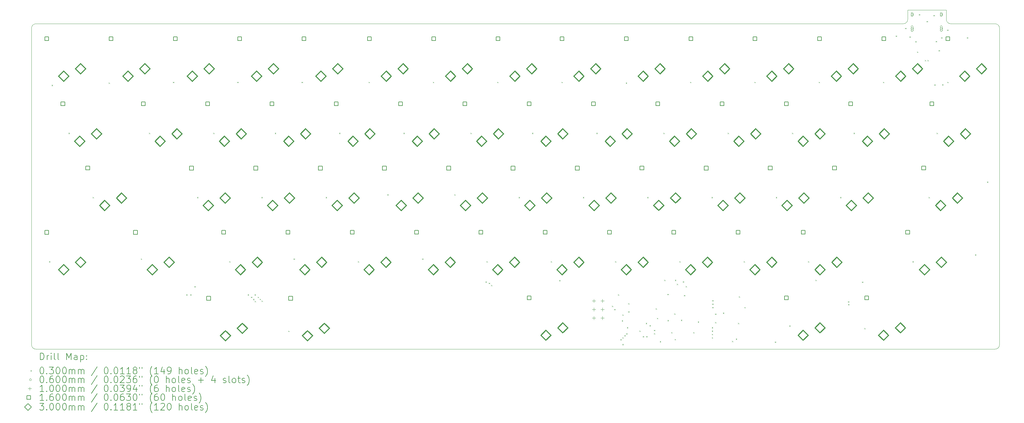
<source format=gbr>
%TF.GenerationSoftware,KiCad,Pcbnew,8.0.7*%
%TF.CreationDate,2025-01-15T11:07:47-06:00*%
%TF.ProjectId,boethia60,626f6574-6869-4613-9630-2e6b69636164,rev?*%
%TF.SameCoordinates,Original*%
%TF.FileFunction,Drillmap*%
%TF.FilePolarity,Positive*%
%FSLAX45Y45*%
G04 Gerber Fmt 4.5, Leading zero omitted, Abs format (unit mm)*
G04 Created by KiCad (PCBNEW 8.0.7) date 2025-01-15 11:07:47*
%MOMM*%
%LPD*%
G01*
G04 APERTURE LIST*
%ADD10C,0.050000*%
%ADD11C,0.200000*%
%ADD12C,0.100000*%
%ADD13C,0.160000*%
%ADD14C,0.300000*%
G04 APERTURE END LIST*
D10*
X28358197Y-10960197D02*
X28358197Y-1563003D01*
X26783849Y-1307649D02*
X26784751Y-1029151D01*
X28231197Y-1436003D02*
G75*
G02*
X28358197Y-1563003I3J-126997D01*
G01*
X28231197Y-1436003D02*
X26911300Y-1435100D01*
X26911300Y-1435100D02*
G75*
G02*
X26784300Y-1308100I0J127000D01*
G01*
X25640397Y-1307197D02*
X25641300Y-1028700D01*
X26784751Y-1029151D02*
X25641300Y-1028700D01*
X-316597Y-1563003D02*
X-316597Y-10960197D01*
X25513397Y-1434197D02*
X-189597Y-1436003D01*
X-316597Y-1563003D02*
G75*
G02*
X-189597Y-1436003I127000J0D01*
G01*
X25640397Y-1307197D02*
G75*
G02*
X25513397Y-1434197I-126997J-3D01*
G01*
X-189597Y-11087197D02*
G75*
G02*
X-316597Y-10960197I0J127000D01*
G01*
X-189597Y-11087197D02*
X28231197Y-11087197D01*
X28358197Y-10960197D02*
G75*
G02*
X28231197Y-11087197I-126997J-3D01*
G01*
D11*
D12*
X204400Y-8481300D02*
X234400Y-8511300D01*
X234400Y-8481300D02*
X204400Y-8511300D01*
X277100Y-3248900D02*
X307100Y-3278900D01*
X307100Y-3248900D02*
X277100Y-3278900D01*
X778750Y-4668125D02*
X808750Y-4698125D01*
X808750Y-4668125D02*
X778750Y-4698125D01*
X1493125Y-6573125D02*
X1523125Y-6603125D01*
X1523125Y-6573125D02*
X1493125Y-6603125D01*
X1969375Y-3179375D02*
X1999375Y-3209375D01*
X1999375Y-3179375D02*
X1969375Y-3209375D01*
X2921875Y-8398750D02*
X2951875Y-8428750D01*
X2951875Y-8398750D02*
X2921875Y-8428750D01*
X3160000Y-4668125D02*
X3190000Y-4698125D01*
X3190000Y-4668125D02*
X3160000Y-4698125D01*
X3874375Y-3160000D02*
X3904375Y-3190000D01*
X3904375Y-3160000D02*
X3874375Y-3190000D01*
X4264900Y-9460625D02*
X4294900Y-9490625D01*
X4294900Y-9460625D02*
X4264900Y-9490625D01*
X4385000Y-9460625D02*
X4415000Y-9490625D01*
X4415000Y-9460625D02*
X4385000Y-9490625D01*
X4506200Y-9220625D02*
X4536200Y-9250625D01*
X4536200Y-9220625D02*
X4506200Y-9250625D01*
X4588750Y-6573125D02*
X4618750Y-6603125D01*
X4618750Y-6573125D02*
X4588750Y-6603125D01*
X5065000Y-4668125D02*
X5095000Y-4698125D01*
X5095000Y-4668125D02*
X5065000Y-4698125D01*
X5541250Y-8478125D02*
X5571250Y-8508125D01*
X5571250Y-8478125D02*
X5541250Y-8508125D01*
X5779375Y-3160000D02*
X5809375Y-3190000D01*
X5809375Y-3160000D02*
X5779375Y-3190000D01*
X6085000Y-9460625D02*
X6115000Y-9490625D01*
X6115000Y-9460625D02*
X6085000Y-9490625D01*
X6185000Y-9535000D02*
X6215000Y-9565000D01*
X6215000Y-9535000D02*
X6185000Y-9565000D01*
X6246698Y-9595000D02*
X6276698Y-9625000D01*
X6276698Y-9595000D02*
X6246698Y-9625000D01*
X6291103Y-9460625D02*
X6321103Y-9490625D01*
X6321103Y-9460625D02*
X6291103Y-9490625D01*
X6295278Y-9658561D02*
X6325278Y-9688561D01*
X6325278Y-9658561D02*
X6295278Y-9688561D01*
X6385000Y-9535000D02*
X6415000Y-9565000D01*
X6415000Y-9535000D02*
X6385000Y-9565000D01*
X6441569Y-9591569D02*
X6471569Y-9621569D01*
X6471569Y-9591569D02*
X6441569Y-9621569D01*
X6493750Y-6573125D02*
X6523750Y-6603125D01*
X6523750Y-6573125D02*
X6493750Y-6603125D01*
X6498137Y-9648137D02*
X6528137Y-9678137D01*
X6528137Y-9648137D02*
X6498137Y-9678137D01*
X6890625Y-4668125D02*
X6920625Y-4698125D01*
X6920625Y-4668125D02*
X6890625Y-4698125D01*
X7287500Y-10541875D02*
X7317500Y-10571875D01*
X7317500Y-10541875D02*
X7287500Y-10571875D01*
X7446250Y-8398750D02*
X7476250Y-8428750D01*
X7476250Y-8398750D02*
X7446250Y-8428750D01*
X7684375Y-3160000D02*
X7714375Y-3190000D01*
X7714375Y-3160000D02*
X7684375Y-3190000D01*
X8398750Y-6573125D02*
X8428750Y-6603125D01*
X8428750Y-6573125D02*
X8398750Y-6603125D01*
X8795625Y-4668125D02*
X8825625Y-4698125D01*
X8825625Y-4668125D02*
X8795625Y-4698125D01*
X9351250Y-8478125D02*
X9381250Y-8508125D01*
X9381250Y-8478125D02*
X9351250Y-8508125D01*
X9668750Y-3160000D02*
X9698750Y-3190000D01*
X9698750Y-3160000D02*
X9668750Y-3190000D01*
X10224375Y-6493750D02*
X10254375Y-6523750D01*
X10254375Y-6493750D02*
X10224375Y-6523750D01*
X10700625Y-4668125D02*
X10730625Y-4698125D01*
X10730625Y-4668125D02*
X10700625Y-4698125D01*
X11256250Y-8398750D02*
X11286250Y-8428750D01*
X11286250Y-8398750D02*
X11256250Y-8428750D01*
X11573750Y-3160000D02*
X11603750Y-3190000D01*
X11603750Y-3160000D02*
X11573750Y-3190000D01*
X12208750Y-6493750D02*
X12238750Y-6523750D01*
X12238750Y-6493750D02*
X12208750Y-6523750D01*
X12685000Y-4668125D02*
X12715000Y-4698125D01*
X12715000Y-4668125D02*
X12685000Y-4698125D01*
X13129500Y-9080625D02*
X13159500Y-9110625D01*
X13159500Y-9080625D02*
X13129500Y-9110625D01*
X13161250Y-8478125D02*
X13191250Y-8508125D01*
X13191250Y-8478125D02*
X13161250Y-8508125D01*
X13228702Y-9120625D02*
X13258702Y-9150625D01*
X13258702Y-9120625D02*
X13228702Y-9150625D01*
X13294600Y-9180625D02*
X13324600Y-9210625D01*
X13324600Y-9180625D02*
X13294600Y-9210625D01*
X13478750Y-3160000D02*
X13508750Y-3190000D01*
X13508750Y-3160000D02*
X13478750Y-3190000D01*
X14113750Y-6573125D02*
X14143750Y-6603125D01*
X14143750Y-6573125D02*
X14113750Y-6603125D01*
X14510625Y-4668125D02*
X14540625Y-4698125D01*
X14540625Y-4668125D02*
X14510625Y-4698125D01*
X15066250Y-8478125D02*
X15096250Y-8508125D01*
X15096250Y-8478125D02*
X15066250Y-8508125D01*
X15313900Y-9040625D02*
X15343900Y-9070625D01*
X15343900Y-9040625D02*
X15313900Y-9070625D01*
X15383750Y-3160000D02*
X15413750Y-3190000D01*
X15413750Y-3160000D02*
X15383750Y-3190000D01*
X16018750Y-6573125D02*
X16048750Y-6603125D01*
X16048750Y-6573125D02*
X16018750Y-6603125D01*
X16415625Y-4668125D02*
X16445625Y-4698125D01*
X16445625Y-4668125D02*
X16415625Y-4698125D01*
X16876000Y-9802100D02*
X16906000Y-9832100D01*
X16906000Y-9802100D02*
X16876000Y-9832100D01*
X16943876Y-9899324D02*
X16973876Y-9929324D01*
X16973876Y-9899324D02*
X16943876Y-9929324D01*
X16971250Y-8478125D02*
X17001250Y-8508125D01*
X17001250Y-8478125D02*
X16971250Y-8508125D01*
X17056324Y-9460625D02*
X17086324Y-9490625D01*
X17086324Y-9460625D02*
X17056324Y-9490625D01*
X17128431Y-10791569D02*
X17158431Y-10821569D01*
X17158431Y-10791569D02*
X17128431Y-10821569D01*
X17168100Y-10233900D02*
X17198100Y-10263900D01*
X17198100Y-10233900D02*
X17168100Y-10263900D01*
X17185000Y-10735000D02*
X17215000Y-10765000D01*
X17215000Y-10735000D02*
X17185000Y-10765000D01*
X17186005Y-10933995D02*
X17216005Y-10963995D01*
X17216005Y-10933995D02*
X17186005Y-10963995D01*
X17188082Y-10058677D02*
X17218082Y-10088677D01*
X17218082Y-10058677D02*
X17188082Y-10088677D01*
X17245506Y-10674495D02*
X17275506Y-10704495D01*
X17275506Y-10674495D02*
X17245506Y-10704495D01*
X17288750Y-3179375D02*
X17318750Y-3209375D01*
X17318750Y-3179375D02*
X17288750Y-3209375D01*
X17302074Y-10617926D02*
X17332074Y-10647926D01*
X17332074Y-10617926D02*
X17302074Y-10647926D01*
X17320500Y-10437100D02*
X17350500Y-10467100D01*
X17350500Y-10437100D02*
X17320500Y-10467100D01*
X17358600Y-9725900D02*
X17388600Y-9755900D01*
X17388600Y-9725900D02*
X17358600Y-9755900D01*
X17358600Y-9967200D02*
X17388600Y-9997200D01*
X17388600Y-9967200D02*
X17358600Y-9997200D01*
X17688800Y-10538700D02*
X17718800Y-10568700D01*
X17718800Y-10538700D02*
X17688800Y-10568700D01*
X17790400Y-10703800D02*
X17820400Y-10733800D01*
X17820400Y-10703800D02*
X17790400Y-10733800D01*
X17879564Y-10310080D02*
X17909564Y-10340080D01*
X17909564Y-10310080D02*
X17879564Y-10340080D01*
X17892000Y-10703800D02*
X17922000Y-10733800D01*
X17922000Y-10703800D02*
X17892000Y-10733800D01*
X17923750Y-6573125D02*
X17953750Y-6603125D01*
X17953750Y-6573125D02*
X17923750Y-6603125D01*
X17991943Y-10377100D02*
X18021943Y-10407100D01*
X18021943Y-10377100D02*
X17991943Y-10407100D01*
X18120600Y-10614900D02*
X18150600Y-10644900D01*
X18150600Y-10614900D02*
X18120600Y-10644900D01*
X18122100Y-10515950D02*
X18152100Y-10545950D01*
X18152100Y-10515950D02*
X18122100Y-10545950D01*
X18171400Y-9878300D02*
X18201400Y-9908300D01*
X18201400Y-9878300D02*
X18171400Y-9908300D01*
X18209935Y-10159485D02*
X18239935Y-10189485D01*
X18239935Y-10159485D02*
X18209935Y-10189485D01*
X18294206Y-10849050D02*
X18324206Y-10879050D01*
X18324206Y-10849050D02*
X18294206Y-10879050D01*
X18400000Y-4668125D02*
X18430000Y-4698125D01*
X18430000Y-4668125D02*
X18400000Y-4698125D01*
X18425400Y-9028750D02*
X18455400Y-9058750D01*
X18455400Y-9028750D02*
X18425400Y-9058750D01*
X18519773Y-9450227D02*
X18549773Y-9480227D01*
X18549773Y-9450227D02*
X18519773Y-9480227D01*
X18525961Y-10222252D02*
X18555961Y-10252252D01*
X18555961Y-10222252D02*
X18525961Y-10252252D01*
X18635000Y-10585000D02*
X18665000Y-10615000D01*
X18665000Y-10585000D02*
X18635000Y-10615000D01*
X18721300Y-10026880D02*
X18751300Y-10056880D01*
X18751300Y-10026880D02*
X18721300Y-10056880D01*
X18735000Y-10785000D02*
X18765000Y-10815000D01*
X18765000Y-10785000D02*
X18735000Y-10815000D01*
X18742900Y-9028750D02*
X18772900Y-9058750D01*
X18772900Y-9028750D02*
X18742900Y-9058750D01*
X18801300Y-9148850D02*
X18831300Y-9178850D01*
X18831300Y-9148850D02*
X18801300Y-9178850D01*
X18876250Y-8478125D02*
X18906250Y-8508125D01*
X18906250Y-8478125D02*
X18876250Y-8508125D01*
X18923468Y-10213747D02*
X18953468Y-10243747D01*
X18953468Y-10213747D02*
X18923468Y-10243747D01*
X18976013Y-9076013D02*
X19006013Y-9106013D01*
X19006013Y-9076013D02*
X18976013Y-9106013D01*
X19009600Y-9484600D02*
X19039600Y-9514600D01*
X19039600Y-9484600D02*
X19009600Y-9514600D01*
X19060400Y-9217900D02*
X19090400Y-9247900D01*
X19090400Y-9217900D02*
X19060400Y-9247900D01*
X19193750Y-3160000D02*
X19223750Y-3190000D01*
X19223750Y-3160000D02*
X19193750Y-3190000D01*
X19285000Y-10585000D02*
X19315000Y-10615000D01*
X19315000Y-10585000D02*
X19285000Y-10615000D01*
X19422600Y-10265400D02*
X19452600Y-10295400D01*
X19452600Y-10265400D02*
X19422600Y-10295400D01*
X19828750Y-6573125D02*
X19858750Y-6603125D01*
X19858750Y-6573125D02*
X19828750Y-6603125D01*
X19835000Y-10435000D02*
X19865000Y-10465000D01*
X19865000Y-10435000D02*
X19835000Y-10465000D01*
X19835000Y-10535000D02*
X19865000Y-10565000D01*
X19865000Y-10535000D02*
X19835000Y-10565000D01*
X19835000Y-10635000D02*
X19865000Y-10665000D01*
X19865000Y-10635000D02*
X19835000Y-10665000D01*
X19835000Y-10735000D02*
X19865000Y-10765000D01*
X19865000Y-10735000D02*
X19835000Y-10765000D01*
X19847800Y-9637000D02*
X19877800Y-9667000D01*
X19877800Y-9637000D02*
X19847800Y-9667000D01*
X19847800Y-9738600D02*
X19877800Y-9768600D01*
X19877800Y-9738600D02*
X19847800Y-9768600D01*
X19847800Y-9840200D02*
X19877800Y-9870200D01*
X19877800Y-9840200D02*
X19847800Y-9870200D01*
X19935000Y-10035000D02*
X19965000Y-10065000D01*
X19965000Y-10035000D02*
X19935000Y-10065000D01*
X19935000Y-10285000D02*
X19965000Y-10315000D01*
X19965000Y-10285000D02*
X19935000Y-10315000D01*
X20165300Y-10005300D02*
X20195300Y-10035300D01*
X20195300Y-10005300D02*
X20165300Y-10035300D01*
X20305000Y-4668125D02*
X20335000Y-4698125D01*
X20335000Y-4668125D02*
X20305000Y-4698125D01*
X20435000Y-10843550D02*
X20465000Y-10873550D01*
X20465000Y-10843550D02*
X20435000Y-10873550D01*
X20546300Y-10774500D02*
X20576300Y-10804500D01*
X20576300Y-10774500D02*
X20546300Y-10804500D01*
X20609800Y-10306600D02*
X20639800Y-10336600D01*
X20639800Y-10306600D02*
X20609800Y-10336600D01*
X20635200Y-9522700D02*
X20665200Y-9552700D01*
X20665200Y-9522700D02*
X20635200Y-9552700D01*
X20781250Y-8478125D02*
X20811250Y-8508125D01*
X20811250Y-8478125D02*
X20781250Y-8508125D01*
X20800300Y-9840200D02*
X20830300Y-9870200D01*
X20830300Y-9840200D02*
X20800300Y-9870200D01*
X21098750Y-3160000D02*
X21128750Y-3190000D01*
X21128750Y-3160000D02*
X21098750Y-3190000D01*
X21705325Y-10864675D02*
X21735325Y-10894675D01*
X21735325Y-10864675D02*
X21705325Y-10894675D01*
X21733750Y-6573125D02*
X21763750Y-6603125D01*
X21763750Y-6573125D02*
X21733750Y-6603125D01*
X22130625Y-10383125D02*
X22160625Y-10413125D01*
X22160625Y-10383125D02*
X22130625Y-10413125D01*
X22210000Y-4668125D02*
X22240000Y-4698125D01*
X22240000Y-4668125D02*
X22210000Y-4698125D01*
X22686250Y-8478125D02*
X22716250Y-8508125D01*
X22716250Y-8478125D02*
X22686250Y-8508125D01*
X22905312Y-9028750D02*
X22935312Y-9058750D01*
X22935312Y-9028750D02*
X22905312Y-9058750D01*
X23003750Y-3160000D02*
X23033750Y-3190000D01*
X23033750Y-3160000D02*
X23003750Y-3190000D01*
X23638750Y-6573125D02*
X23668750Y-6603125D01*
X23668750Y-6573125D02*
X23638750Y-6603125D01*
X23871274Y-9668873D02*
X23901274Y-9698873D01*
X23901274Y-9668873D02*
X23871274Y-9698873D01*
X23873700Y-9751300D02*
X23903700Y-9781300D01*
X23903700Y-9751300D02*
X23873700Y-9781300D01*
X24035625Y-4668125D02*
X24065625Y-4698125D01*
X24065625Y-4668125D02*
X24035625Y-4698125D01*
X24285000Y-9085000D02*
X24315000Y-9115000D01*
X24315000Y-9085000D02*
X24285000Y-9115000D01*
X24353125Y-10462500D02*
X24383125Y-10492500D01*
X24383125Y-10462500D02*
X24353125Y-10492500D01*
X24908750Y-3160000D02*
X24938750Y-3190000D01*
X24938750Y-3160000D02*
X24908750Y-3190000D01*
X25283400Y-1788400D02*
X25313400Y-1818400D01*
X25313400Y-1788400D02*
X25283400Y-1818400D01*
X25562800Y-1559800D02*
X25592800Y-1589800D01*
X25592800Y-1559800D02*
X25562800Y-1589800D01*
X25689800Y-1813800D02*
X25719800Y-1843800D01*
X25719800Y-1813800D02*
X25689800Y-1843800D01*
X25781875Y-8478125D02*
X25811875Y-8508125D01*
X25811875Y-8478125D02*
X25781875Y-8508125D01*
X25865626Y-1951526D02*
X25895626Y-1981526D01*
X25895626Y-1951526D02*
X25865626Y-1981526D01*
X25917250Y-2259500D02*
X25947250Y-2289500D01*
X25947250Y-2259500D02*
X25917250Y-2289500D01*
X25969200Y-1153400D02*
X25999200Y-1183400D01*
X25999200Y-1153400D02*
X25969200Y-1183400D01*
X26147000Y-2512300D02*
X26177000Y-2542300D01*
X26177000Y-2512300D02*
X26147000Y-2542300D01*
X26197800Y-1356600D02*
X26227800Y-1386600D01*
X26227800Y-1356600D02*
X26197800Y-1386600D01*
X26227000Y-2512300D02*
X26257000Y-2542300D01*
X26257000Y-2512300D02*
X26227000Y-2542300D01*
X26258125Y-6573125D02*
X26288125Y-6603125D01*
X26288125Y-6573125D02*
X26258125Y-6603125D01*
X26401000Y-1178800D02*
X26431000Y-1208800D01*
X26431000Y-1178800D02*
X26401000Y-1208800D01*
X26426400Y-3236200D02*
X26456400Y-3266200D01*
X26456400Y-3236200D02*
X26426400Y-3266200D01*
X26470954Y-1947045D02*
X26500954Y-1977045D01*
X26500954Y-1947045D02*
X26470954Y-1977045D01*
X26496250Y-4668125D02*
X26526250Y-4698125D01*
X26526250Y-4668125D02*
X26496250Y-4698125D01*
X26553400Y-2220200D02*
X26583400Y-2250200D01*
X26583400Y-2220200D02*
X26553400Y-2250200D01*
X26629600Y-1839200D02*
X26659600Y-1869200D01*
X26659600Y-1839200D02*
X26629600Y-1869200D01*
X26660198Y-3228698D02*
X26690198Y-3258698D01*
X26690198Y-3228698D02*
X26660198Y-3258698D01*
X26807400Y-1610600D02*
X26837400Y-1640600D01*
X26837400Y-1610600D02*
X26807400Y-1640600D01*
X26813750Y-3160000D02*
X26843750Y-3190000D01*
X26843750Y-3160000D02*
X26813750Y-3190000D01*
X27391600Y-1839200D02*
X27421600Y-1869200D01*
X27421600Y-1839200D02*
X27391600Y-1869200D01*
X27632900Y-8278100D02*
X27662900Y-8308100D01*
X27662900Y-8278100D02*
X27632900Y-8308100D01*
X27988500Y-6119100D02*
X28018500Y-6149100D01*
X28018500Y-6119100D02*
X27988500Y-6149100D01*
X25798100Y-1160400D02*
G75*
G02*
X25738100Y-1160400I-30000J0D01*
G01*
X25738100Y-1160400D02*
G75*
G02*
X25798100Y-1160400I30000J0D01*
G01*
X25798100Y-1190400D02*
X25798100Y-1130400D01*
X25738100Y-1130400D02*
G75*
G02*
X25798100Y-1130400I30000J0D01*
G01*
X25738100Y-1130400D02*
X25738100Y-1190400D01*
X25738100Y-1190400D02*
G75*
G03*
X25798100Y-1190400I30000J0D01*
G01*
X25798100Y-1578400D02*
G75*
G02*
X25738100Y-1578400I-30000J0D01*
G01*
X25738100Y-1578400D02*
G75*
G02*
X25798100Y-1578400I30000J0D01*
G01*
X25798100Y-1633400D02*
X25798100Y-1523400D01*
X25738100Y-1523400D02*
G75*
G02*
X25798100Y-1523400I30000J0D01*
G01*
X25738100Y-1523400D02*
X25738100Y-1633400D01*
X25738100Y-1633400D02*
G75*
G03*
X25798100Y-1633400I30000J0D01*
G01*
X26662100Y-1160400D02*
G75*
G02*
X26602100Y-1160400I-30000J0D01*
G01*
X26602100Y-1160400D02*
G75*
G02*
X26662100Y-1160400I30000J0D01*
G01*
X26662100Y-1190400D02*
X26662100Y-1130400D01*
X26602100Y-1130400D02*
G75*
G02*
X26662100Y-1130400I30000J0D01*
G01*
X26602100Y-1130400D02*
X26602100Y-1190400D01*
X26602100Y-1190400D02*
G75*
G03*
X26662100Y-1190400I30000J0D01*
G01*
X26662100Y-1578400D02*
G75*
G02*
X26602100Y-1578400I-30000J0D01*
G01*
X26602100Y-1578400D02*
G75*
G02*
X26662100Y-1578400I30000J0D01*
G01*
X26662100Y-1633400D02*
X26662100Y-1523400D01*
X26602100Y-1523400D02*
G75*
G02*
X26662100Y-1523400I30000J0D01*
G01*
X26602100Y-1523400D02*
X26602100Y-1633400D01*
X26602100Y-1633400D02*
G75*
G03*
X26662100Y-1633400I30000J0D01*
G01*
X16344900Y-9602000D02*
X16344900Y-9702000D01*
X16294900Y-9652000D02*
X16394900Y-9652000D01*
X16344900Y-9856000D02*
X16344900Y-9956000D01*
X16294900Y-9906000D02*
X16394900Y-9906000D01*
X16344900Y-10110000D02*
X16344900Y-10210000D01*
X16294900Y-10160000D02*
X16394900Y-10160000D01*
X16598900Y-9602000D02*
X16598900Y-9702000D01*
X16548900Y-9652000D02*
X16648900Y-9652000D01*
X16598900Y-9856000D02*
X16598900Y-9956000D01*
X16548900Y-9906000D02*
X16648900Y-9906000D01*
X16598900Y-10110000D02*
X16598900Y-10210000D01*
X16548900Y-10160000D02*
X16648900Y-10160000D01*
D13*
X191569Y-1936694D02*
X191569Y-1823556D01*
X78431Y-1823556D01*
X78431Y-1936694D01*
X191569Y-1936694D01*
X191569Y-7677819D02*
X191569Y-7564681D01*
X78431Y-7564681D01*
X78431Y-7677819D01*
X191569Y-7677819D01*
X667819Y-3866569D02*
X667819Y-3753431D01*
X554681Y-3753431D01*
X554681Y-3866569D01*
X667819Y-3866569D01*
X1405944Y-5771569D02*
X1405944Y-5658431D01*
X1292806Y-5658431D01*
X1292806Y-5771569D01*
X1405944Y-5771569D01*
X2096569Y-1936694D02*
X2096569Y-1823556D01*
X1983431Y-1823556D01*
X1983431Y-1936694D01*
X2096569Y-1936694D01*
X2817944Y-7677819D02*
X2817944Y-7564681D01*
X2704806Y-7564681D01*
X2704806Y-7677819D01*
X2817944Y-7677819D01*
X3049069Y-3866569D02*
X3049069Y-3753431D01*
X2935931Y-3753431D01*
X2935931Y-3866569D01*
X3049069Y-3866569D01*
X4001569Y-1936694D02*
X4001569Y-1823556D01*
X3888431Y-1823556D01*
X3888431Y-1936694D01*
X4001569Y-1936694D01*
X4477819Y-5772819D02*
X4477819Y-5659681D01*
X4364681Y-5659681D01*
X4364681Y-5772819D01*
X4477819Y-5772819D01*
X4954069Y-3866569D02*
X4954069Y-3753431D01*
X4840931Y-3753431D01*
X4840931Y-3866569D01*
X4954069Y-3866569D01*
X4985569Y-9636069D02*
X4985569Y-9522931D01*
X4872431Y-9522931D01*
X4872431Y-9636069D01*
X4985569Y-9636069D01*
X5430319Y-7676569D02*
X5430319Y-7563431D01*
X5317181Y-7563431D01*
X5317181Y-7676569D01*
X5430319Y-7676569D01*
X5906569Y-1936694D02*
X5906569Y-1823556D01*
X5793431Y-1823556D01*
X5793431Y-1936694D01*
X5906569Y-1936694D01*
X6382819Y-5772819D02*
X6382819Y-5659681D01*
X6269681Y-5659681D01*
X6269681Y-5772819D01*
X6382819Y-5772819D01*
X6859069Y-3866569D02*
X6859069Y-3753431D01*
X6745931Y-3753431D01*
X6745931Y-3866569D01*
X6859069Y-3866569D01*
X7335319Y-7676569D02*
X7335319Y-7563431D01*
X7222181Y-7563431D01*
X7222181Y-7676569D01*
X7335319Y-7676569D01*
X7414694Y-9636069D02*
X7414694Y-9522931D01*
X7301556Y-9522931D01*
X7301556Y-9636069D01*
X7414694Y-9636069D01*
X7811569Y-1936694D02*
X7811569Y-1823556D01*
X7698431Y-1823556D01*
X7698431Y-1936694D01*
X7811569Y-1936694D01*
X8294819Y-5772819D02*
X8294819Y-5659681D01*
X8181681Y-5659681D01*
X8181681Y-5772819D01*
X8294819Y-5772819D01*
X8764069Y-3866569D02*
X8764069Y-3753431D01*
X8650931Y-3753431D01*
X8650931Y-3866569D01*
X8764069Y-3866569D01*
X9240319Y-7676569D02*
X9240319Y-7563431D01*
X9127181Y-7563431D01*
X9127181Y-7676569D01*
X9240319Y-7676569D01*
X9748069Y-1936694D02*
X9748069Y-1823556D01*
X9634931Y-1823556D01*
X9634931Y-1936694D01*
X9748069Y-1936694D01*
X10192819Y-5772819D02*
X10192819Y-5659681D01*
X10079681Y-5659681D01*
X10079681Y-5772819D01*
X10192819Y-5772819D01*
X10669069Y-3866569D02*
X10669069Y-3753431D01*
X10555931Y-3753431D01*
X10555931Y-3866569D01*
X10669069Y-3866569D01*
X11145319Y-7676569D02*
X11145319Y-7563431D01*
X11032181Y-7563431D01*
X11032181Y-7676569D01*
X11145319Y-7676569D01*
X11653069Y-1936694D02*
X11653069Y-1823556D01*
X11539931Y-1823556D01*
X11539931Y-1936694D01*
X11653069Y-1936694D01*
X12097819Y-5772819D02*
X12097819Y-5659681D01*
X11984681Y-5659681D01*
X11984681Y-5772819D01*
X12097819Y-5772819D01*
X12574069Y-3866569D02*
X12574069Y-3753431D01*
X12460931Y-3753431D01*
X12460931Y-3866569D01*
X12574069Y-3866569D01*
X13050319Y-7676569D02*
X13050319Y-7563431D01*
X12937181Y-7563431D01*
X12937181Y-7676569D01*
X13050319Y-7676569D01*
X13558069Y-1936694D02*
X13558069Y-1823556D01*
X13444931Y-1823556D01*
X13444931Y-1936694D01*
X13558069Y-1936694D01*
X14002819Y-5772819D02*
X14002819Y-5659681D01*
X13889681Y-5659681D01*
X13889681Y-5772819D01*
X14002819Y-5772819D01*
X14479069Y-3866569D02*
X14479069Y-3753431D01*
X14365931Y-3753431D01*
X14365931Y-3866569D01*
X14479069Y-3866569D01*
X14479069Y-9622194D02*
X14479069Y-9509056D01*
X14365931Y-9509056D01*
X14365931Y-9622194D01*
X14479069Y-9622194D01*
X14955319Y-7676569D02*
X14955319Y-7563431D01*
X14842181Y-7563431D01*
X14842181Y-7676569D01*
X14955319Y-7676569D01*
X15455319Y-1936694D02*
X15455319Y-1823556D01*
X15342181Y-1823556D01*
X15342181Y-1936694D01*
X15455319Y-1936694D01*
X15907819Y-5772819D02*
X15907819Y-5659681D01*
X15794681Y-5659681D01*
X15794681Y-5772819D01*
X15907819Y-5772819D01*
X16384069Y-3866569D02*
X16384069Y-3753431D01*
X16270931Y-3753431D01*
X16270931Y-3866569D01*
X16384069Y-3866569D01*
X16860319Y-7676569D02*
X16860319Y-7563431D01*
X16747181Y-7563431D01*
X16747181Y-7676569D01*
X16860319Y-7676569D01*
X17360319Y-1936694D02*
X17360319Y-1823556D01*
X17247181Y-1823556D01*
X17247181Y-1936694D01*
X17360319Y-1936694D01*
X17820169Y-5770569D02*
X17820169Y-5657431D01*
X17707031Y-5657431D01*
X17707031Y-5770569D01*
X17820169Y-5770569D01*
X18289069Y-3866569D02*
X18289069Y-3753431D01*
X18175931Y-3753431D01*
X18175931Y-3866569D01*
X18289069Y-3866569D01*
X18765319Y-7676569D02*
X18765319Y-7563431D01*
X18652181Y-7563431D01*
X18652181Y-7676569D01*
X18765319Y-7676569D01*
X19273069Y-1936694D02*
X19273069Y-1823556D01*
X19159931Y-1823556D01*
X19159931Y-1936694D01*
X19273069Y-1936694D01*
X19724819Y-5772819D02*
X19724819Y-5659681D01*
X19611681Y-5659681D01*
X19611681Y-5772819D01*
X19724819Y-5772819D01*
X20194069Y-3866569D02*
X20194069Y-3753431D01*
X20080931Y-3753431D01*
X20080931Y-3866569D01*
X20194069Y-3866569D01*
X20670319Y-7676569D02*
X20670319Y-7563431D01*
X20557181Y-7563431D01*
X20557181Y-7676569D01*
X20670319Y-7676569D01*
X21170319Y-1936694D02*
X21170319Y-1823556D01*
X21057181Y-1823556D01*
X21057181Y-1936694D01*
X21170319Y-1936694D01*
X21622819Y-5771569D02*
X21622819Y-5658431D01*
X21509681Y-5658431D01*
X21509681Y-5771569D01*
X21622819Y-5771569D01*
X22099069Y-3866569D02*
X22099069Y-3753431D01*
X21985931Y-3753431D01*
X21985931Y-3866569D01*
X22099069Y-3866569D01*
X22099069Y-9622194D02*
X22099069Y-9509056D01*
X21985931Y-9509056D01*
X21985931Y-9622194D01*
X22099069Y-9622194D01*
X22599069Y-7676569D02*
X22599069Y-7563431D01*
X22485931Y-7563431D01*
X22485931Y-7676569D01*
X22599069Y-7676569D01*
X23083069Y-1936694D02*
X23083069Y-1823556D01*
X22969931Y-1823556D01*
X22969931Y-1936694D01*
X23083069Y-1936694D01*
X23527819Y-5771569D02*
X23527819Y-5658431D01*
X23414681Y-5658431D01*
X23414681Y-5771569D01*
X23527819Y-5771569D01*
X24004069Y-3866569D02*
X24004069Y-3753431D01*
X23890931Y-3753431D01*
X23890931Y-3866569D01*
X24004069Y-3866569D01*
X24480319Y-9622194D02*
X24480319Y-9509056D01*
X24367181Y-9509056D01*
X24367181Y-9622194D01*
X24480319Y-9622194D01*
X24988069Y-1936694D02*
X24988069Y-1823556D01*
X24874931Y-1823556D01*
X24874931Y-1936694D01*
X24988069Y-1936694D01*
X25694694Y-7676569D02*
X25694694Y-7563431D01*
X25581556Y-7563431D01*
X25581556Y-7676569D01*
X25694694Y-7676569D01*
X26170944Y-5771569D02*
X26170944Y-5658431D01*
X26057806Y-5658431D01*
X26057806Y-5771569D01*
X26170944Y-5771569D01*
X26409069Y-3866569D02*
X26409069Y-3753431D01*
X26295931Y-3753431D01*
X26295931Y-3866569D01*
X26409069Y-3866569D01*
X26885319Y-1936694D02*
X26885319Y-1823556D01*
X26772181Y-1823556D01*
X26772181Y-1936694D01*
X26885319Y-1936694D01*
D14*
X635000Y-3140125D02*
X785000Y-2990125D01*
X635000Y-2840125D01*
X485000Y-2990125D01*
X635000Y-3140125D01*
X635000Y-8881250D02*
X785000Y-8731250D01*
X635000Y-8581250D01*
X485000Y-8731250D01*
X635000Y-8881250D01*
X1111250Y-5070000D02*
X1261250Y-4920000D01*
X1111250Y-4770000D01*
X961250Y-4920000D01*
X1111250Y-5070000D01*
X1135000Y-2920125D02*
X1285000Y-2770125D01*
X1135000Y-2620125D01*
X985000Y-2770125D01*
X1135000Y-2920125D01*
X1135000Y-8661250D02*
X1285000Y-8511250D01*
X1135000Y-8361250D01*
X985000Y-8511250D01*
X1135000Y-8661250D01*
X1611250Y-4850000D02*
X1761250Y-4700000D01*
X1611250Y-4550000D01*
X1461250Y-4700000D01*
X1611250Y-4850000D01*
X1849375Y-6975000D02*
X1999375Y-6825000D01*
X1849375Y-6675000D01*
X1699375Y-6825000D01*
X1849375Y-6975000D01*
X2349375Y-6755000D02*
X2499375Y-6605000D01*
X2349375Y-6455000D01*
X2199375Y-6605000D01*
X2349375Y-6755000D01*
X2540000Y-3140125D02*
X2690000Y-2990125D01*
X2540000Y-2840125D01*
X2390000Y-2990125D01*
X2540000Y-3140125D01*
X3040000Y-2920125D02*
X3190000Y-2770125D01*
X3040000Y-2620125D01*
X2890000Y-2770125D01*
X3040000Y-2920125D01*
X3261375Y-8881250D02*
X3411375Y-8731250D01*
X3261375Y-8581250D01*
X3111375Y-8731250D01*
X3261375Y-8881250D01*
X3492500Y-5070000D02*
X3642500Y-4920000D01*
X3492500Y-4770000D01*
X3342500Y-4920000D01*
X3492500Y-5070000D01*
X3761375Y-8661250D02*
X3911375Y-8511250D01*
X3761375Y-8361250D01*
X3611375Y-8511250D01*
X3761375Y-8661250D01*
X3992500Y-4850000D02*
X4142500Y-4700000D01*
X3992500Y-4550000D01*
X3842500Y-4700000D01*
X3992500Y-4850000D01*
X4445000Y-3140125D02*
X4595000Y-2990125D01*
X4445000Y-2840125D01*
X4295000Y-2990125D01*
X4445000Y-3140125D01*
X4921250Y-6976250D02*
X5071250Y-6826250D01*
X4921250Y-6676250D01*
X4771250Y-6826250D01*
X4921250Y-6976250D01*
X4945000Y-2920125D02*
X5095000Y-2770125D01*
X4945000Y-2620125D01*
X4795000Y-2770125D01*
X4945000Y-2920125D01*
X5397500Y-5070000D02*
X5547500Y-4920000D01*
X5397500Y-4770000D01*
X5247500Y-4920000D01*
X5397500Y-5070000D01*
X5421250Y-6756250D02*
X5571250Y-6606250D01*
X5421250Y-6456250D01*
X5271250Y-6606250D01*
X5421250Y-6756250D01*
X5429000Y-10839500D02*
X5579000Y-10689500D01*
X5429000Y-10539500D01*
X5279000Y-10689500D01*
X5429000Y-10839500D01*
X5873750Y-8880000D02*
X6023750Y-8730000D01*
X5873750Y-8580000D01*
X5723750Y-8730000D01*
X5873750Y-8880000D01*
X5897500Y-4850000D02*
X6047500Y-4700000D01*
X5897500Y-4550000D01*
X5747500Y-4700000D01*
X5897500Y-4850000D01*
X5929000Y-10619500D02*
X6079000Y-10469500D01*
X5929000Y-10319500D01*
X5779000Y-10469500D01*
X5929000Y-10619500D01*
X6350000Y-3140125D02*
X6500000Y-2990125D01*
X6350000Y-2840125D01*
X6200000Y-2990125D01*
X6350000Y-3140125D01*
X6373750Y-8660000D02*
X6523750Y-8510000D01*
X6373750Y-8360000D01*
X6223750Y-8510000D01*
X6373750Y-8660000D01*
X6826250Y-6976250D02*
X6976250Y-6826250D01*
X6826250Y-6676250D01*
X6676250Y-6826250D01*
X6826250Y-6976250D01*
X6850000Y-2920125D02*
X7000000Y-2770125D01*
X6850000Y-2620125D01*
X6700000Y-2770125D01*
X6850000Y-2920125D01*
X7302500Y-5070000D02*
X7452500Y-4920000D01*
X7302500Y-4770000D01*
X7152500Y-4920000D01*
X7302500Y-5070000D01*
X7326250Y-6756250D02*
X7476250Y-6606250D01*
X7326250Y-6456250D01*
X7176250Y-6606250D01*
X7326250Y-6756250D01*
X7778750Y-8880000D02*
X7928750Y-8730000D01*
X7778750Y-8580000D01*
X7628750Y-8730000D01*
X7778750Y-8880000D01*
X7802500Y-4850000D02*
X7952500Y-4700000D01*
X7802500Y-4550000D01*
X7652500Y-4700000D01*
X7802500Y-4850000D01*
X7858125Y-10839500D02*
X8008125Y-10689500D01*
X7858125Y-10539500D01*
X7708125Y-10689500D01*
X7858125Y-10839500D01*
X8255000Y-3140125D02*
X8405000Y-2990125D01*
X8255000Y-2840125D01*
X8105000Y-2990125D01*
X8255000Y-3140125D01*
X8278750Y-8660000D02*
X8428750Y-8510000D01*
X8278750Y-8360000D01*
X8128750Y-8510000D01*
X8278750Y-8660000D01*
X8358125Y-10619500D02*
X8508125Y-10469500D01*
X8358125Y-10319500D01*
X8208125Y-10469500D01*
X8358125Y-10619500D01*
X8738250Y-6976250D02*
X8888250Y-6826250D01*
X8738250Y-6676250D01*
X8588250Y-6826250D01*
X8738250Y-6976250D01*
X8755000Y-2920125D02*
X8905000Y-2770125D01*
X8755000Y-2620125D01*
X8605000Y-2770125D01*
X8755000Y-2920125D01*
X9207500Y-5070000D02*
X9357500Y-4920000D01*
X9207500Y-4770000D01*
X9057500Y-4920000D01*
X9207500Y-5070000D01*
X9238250Y-6756250D02*
X9388250Y-6606250D01*
X9238250Y-6456250D01*
X9088250Y-6606250D01*
X9238250Y-6756250D01*
X9683750Y-8880000D02*
X9833750Y-8730000D01*
X9683750Y-8580000D01*
X9533750Y-8730000D01*
X9683750Y-8880000D01*
X9707500Y-4850000D02*
X9857500Y-4700000D01*
X9707500Y-4550000D01*
X9557500Y-4700000D01*
X9707500Y-4850000D01*
X10183750Y-8660000D02*
X10333750Y-8510000D01*
X10183750Y-8360000D01*
X10033750Y-8510000D01*
X10183750Y-8660000D01*
X10191500Y-3140125D02*
X10341500Y-2990125D01*
X10191500Y-2840125D01*
X10041500Y-2990125D01*
X10191500Y-3140125D01*
X10636250Y-6976250D02*
X10786250Y-6826250D01*
X10636250Y-6676250D01*
X10486250Y-6826250D01*
X10636250Y-6976250D01*
X10691500Y-2920125D02*
X10841500Y-2770125D01*
X10691500Y-2620125D01*
X10541500Y-2770125D01*
X10691500Y-2920125D01*
X11112500Y-5070000D02*
X11262500Y-4920000D01*
X11112500Y-4770000D01*
X10962500Y-4920000D01*
X11112500Y-5070000D01*
X11136250Y-6756250D02*
X11286250Y-6606250D01*
X11136250Y-6456250D01*
X10986250Y-6606250D01*
X11136250Y-6756250D01*
X11588750Y-8880000D02*
X11738750Y-8730000D01*
X11588750Y-8580000D01*
X11438750Y-8730000D01*
X11588750Y-8880000D01*
X11612500Y-4850000D02*
X11762500Y-4700000D01*
X11612500Y-4550000D01*
X11462500Y-4700000D01*
X11612500Y-4850000D01*
X12088750Y-8660000D02*
X12238750Y-8510000D01*
X12088750Y-8360000D01*
X11938750Y-8510000D01*
X12088750Y-8660000D01*
X12096500Y-3140125D02*
X12246500Y-2990125D01*
X12096500Y-2840125D01*
X11946500Y-2990125D01*
X12096500Y-3140125D01*
X12541250Y-6976250D02*
X12691250Y-6826250D01*
X12541250Y-6676250D01*
X12391250Y-6826250D01*
X12541250Y-6976250D01*
X12596500Y-2920125D02*
X12746500Y-2770125D01*
X12596500Y-2620125D01*
X12446500Y-2770125D01*
X12596500Y-2920125D01*
X13017500Y-5070000D02*
X13167500Y-4920000D01*
X13017500Y-4770000D01*
X12867500Y-4920000D01*
X13017500Y-5070000D01*
X13041250Y-6756250D02*
X13191250Y-6606250D01*
X13041250Y-6456250D01*
X12891250Y-6606250D01*
X13041250Y-6756250D01*
X13493750Y-8880000D02*
X13643750Y-8730000D01*
X13493750Y-8580000D01*
X13343750Y-8730000D01*
X13493750Y-8880000D01*
X13517500Y-4850000D02*
X13667500Y-4700000D01*
X13517500Y-4550000D01*
X13367500Y-4700000D01*
X13517500Y-4850000D01*
X13993750Y-8660000D02*
X14143750Y-8510000D01*
X13993750Y-8360000D01*
X13843750Y-8510000D01*
X13993750Y-8660000D01*
X14001500Y-3140125D02*
X14151500Y-2990125D01*
X14001500Y-2840125D01*
X13851500Y-2990125D01*
X14001500Y-3140125D01*
X14446250Y-6976250D02*
X14596250Y-6826250D01*
X14446250Y-6676250D01*
X14296250Y-6826250D01*
X14446250Y-6976250D01*
X14501500Y-2920125D02*
X14651500Y-2770125D01*
X14501500Y-2620125D01*
X14351500Y-2770125D01*
X14501500Y-2920125D01*
X14922500Y-5070000D02*
X15072500Y-4920000D01*
X14922500Y-4770000D01*
X14772500Y-4920000D01*
X14922500Y-5070000D01*
X14922500Y-10825625D02*
X15072500Y-10675625D01*
X14922500Y-10525625D01*
X14772500Y-10675625D01*
X14922500Y-10825625D01*
X14946250Y-6756250D02*
X15096250Y-6606250D01*
X14946250Y-6456250D01*
X14796250Y-6606250D01*
X14946250Y-6756250D01*
X15398750Y-8880000D02*
X15548750Y-8730000D01*
X15398750Y-8580000D01*
X15248750Y-8730000D01*
X15398750Y-8880000D01*
X15422500Y-4850000D02*
X15572500Y-4700000D01*
X15422500Y-4550000D01*
X15272500Y-4700000D01*
X15422500Y-4850000D01*
X15422500Y-10605625D02*
X15572500Y-10455625D01*
X15422500Y-10305625D01*
X15272500Y-10455625D01*
X15422500Y-10605625D01*
X15898750Y-3140125D02*
X16048750Y-2990125D01*
X15898750Y-2840125D01*
X15748750Y-2990125D01*
X15898750Y-3140125D01*
X15898750Y-8660000D02*
X16048750Y-8510000D01*
X15898750Y-8360000D01*
X15748750Y-8510000D01*
X15898750Y-8660000D01*
X16351250Y-6976250D02*
X16501250Y-6826250D01*
X16351250Y-6676250D01*
X16201250Y-6826250D01*
X16351250Y-6976250D01*
X16398750Y-2920125D02*
X16548750Y-2770125D01*
X16398750Y-2620125D01*
X16248750Y-2770125D01*
X16398750Y-2920125D01*
X16827500Y-5070000D02*
X16977500Y-4920000D01*
X16827500Y-4770000D01*
X16677500Y-4920000D01*
X16827500Y-5070000D01*
X16851250Y-6756250D02*
X17001250Y-6606250D01*
X16851250Y-6456250D01*
X16701250Y-6606250D01*
X16851250Y-6756250D01*
X17303750Y-8880000D02*
X17453750Y-8730000D01*
X17303750Y-8580000D01*
X17153750Y-8730000D01*
X17303750Y-8880000D01*
X17327500Y-4850000D02*
X17477500Y-4700000D01*
X17327500Y-4550000D01*
X17177500Y-4700000D01*
X17327500Y-4850000D01*
X17803750Y-3140125D02*
X17953750Y-2990125D01*
X17803750Y-2840125D01*
X17653750Y-2990125D01*
X17803750Y-3140125D01*
X17803750Y-8660000D02*
X17953750Y-8510000D01*
X17803750Y-8360000D01*
X17653750Y-8510000D01*
X17803750Y-8660000D01*
X18263600Y-6974000D02*
X18413600Y-6824000D01*
X18263600Y-6674000D01*
X18113600Y-6824000D01*
X18263600Y-6974000D01*
X18303750Y-2920125D02*
X18453750Y-2770125D01*
X18303750Y-2620125D01*
X18153750Y-2770125D01*
X18303750Y-2920125D01*
X18732500Y-5070000D02*
X18882500Y-4920000D01*
X18732500Y-4770000D01*
X18582500Y-4920000D01*
X18732500Y-5070000D01*
X18763600Y-6754000D02*
X18913600Y-6604000D01*
X18763600Y-6454000D01*
X18613600Y-6604000D01*
X18763600Y-6754000D01*
X19208750Y-8880000D02*
X19358750Y-8730000D01*
X19208750Y-8580000D01*
X19058750Y-8730000D01*
X19208750Y-8880000D01*
X19232500Y-4850000D02*
X19382500Y-4700000D01*
X19232500Y-4550000D01*
X19082500Y-4700000D01*
X19232500Y-4850000D01*
X19708750Y-8660000D02*
X19858750Y-8510000D01*
X19708750Y-8360000D01*
X19558750Y-8510000D01*
X19708750Y-8660000D01*
X19716500Y-3140125D02*
X19866500Y-2990125D01*
X19716500Y-2840125D01*
X19566500Y-2990125D01*
X19716500Y-3140125D01*
X20168250Y-6976250D02*
X20318250Y-6826250D01*
X20168250Y-6676250D01*
X20018250Y-6826250D01*
X20168250Y-6976250D01*
X20216500Y-2920125D02*
X20366500Y-2770125D01*
X20216500Y-2620125D01*
X20066500Y-2770125D01*
X20216500Y-2920125D01*
X20637500Y-5070000D02*
X20787500Y-4920000D01*
X20637500Y-4770000D01*
X20487500Y-4920000D01*
X20637500Y-5070000D01*
X20668250Y-6756250D02*
X20818250Y-6606250D01*
X20668250Y-6456250D01*
X20518250Y-6606250D01*
X20668250Y-6756250D01*
X21113750Y-8880000D02*
X21263750Y-8730000D01*
X21113750Y-8580000D01*
X20963750Y-8730000D01*
X21113750Y-8880000D01*
X21137500Y-4850000D02*
X21287500Y-4700000D01*
X21137500Y-4550000D01*
X20987500Y-4700000D01*
X21137500Y-4850000D01*
X21613750Y-3140125D02*
X21763750Y-2990125D01*
X21613750Y-2840125D01*
X21463750Y-2990125D01*
X21613750Y-3140125D01*
X21613750Y-8660000D02*
X21763750Y-8510000D01*
X21613750Y-8360000D01*
X21463750Y-8510000D01*
X21613750Y-8660000D01*
X22066250Y-6975000D02*
X22216250Y-6825000D01*
X22066250Y-6675000D01*
X21916250Y-6825000D01*
X22066250Y-6975000D01*
X22113750Y-2920125D02*
X22263750Y-2770125D01*
X22113750Y-2620125D01*
X21963750Y-2770125D01*
X22113750Y-2920125D01*
X22542500Y-5070000D02*
X22692500Y-4920000D01*
X22542500Y-4770000D01*
X22392500Y-4920000D01*
X22542500Y-5070000D01*
X22542500Y-10825625D02*
X22692500Y-10675625D01*
X22542500Y-10525625D01*
X22392500Y-10675625D01*
X22542500Y-10825625D01*
X22566250Y-6755000D02*
X22716250Y-6605000D01*
X22566250Y-6455000D01*
X22416250Y-6605000D01*
X22566250Y-6755000D01*
X23042500Y-4850000D02*
X23192500Y-4700000D01*
X23042500Y-4550000D01*
X22892500Y-4700000D01*
X23042500Y-4850000D01*
X23042500Y-8880000D02*
X23192500Y-8730000D01*
X23042500Y-8580000D01*
X22892500Y-8730000D01*
X23042500Y-8880000D01*
X23042500Y-10605625D02*
X23192500Y-10455625D01*
X23042500Y-10305625D01*
X22892500Y-10455625D01*
X23042500Y-10605625D01*
X23526500Y-3140125D02*
X23676500Y-2990125D01*
X23526500Y-2840125D01*
X23376500Y-2990125D01*
X23526500Y-3140125D01*
X23542500Y-8660000D02*
X23692500Y-8510000D01*
X23542500Y-8360000D01*
X23392500Y-8510000D01*
X23542500Y-8660000D01*
X23971250Y-6975000D02*
X24121250Y-6825000D01*
X23971250Y-6675000D01*
X23821250Y-6825000D01*
X23971250Y-6975000D01*
X24026500Y-2920125D02*
X24176500Y-2770125D01*
X24026500Y-2620125D01*
X23876500Y-2770125D01*
X24026500Y-2920125D01*
X24447500Y-5070000D02*
X24597500Y-4920000D01*
X24447500Y-4770000D01*
X24297500Y-4920000D01*
X24447500Y-5070000D01*
X24471250Y-6755000D02*
X24621250Y-6605000D01*
X24471250Y-6455000D01*
X24321250Y-6605000D01*
X24471250Y-6755000D01*
X24923750Y-10825625D02*
X25073750Y-10675625D01*
X24923750Y-10525625D01*
X24773750Y-10675625D01*
X24923750Y-10825625D01*
X24947500Y-4850000D02*
X25097500Y-4700000D01*
X24947500Y-4550000D01*
X24797500Y-4700000D01*
X24947500Y-4850000D01*
X25423750Y-10605625D02*
X25573750Y-10455625D01*
X25423750Y-10305625D01*
X25273750Y-10455625D01*
X25423750Y-10605625D01*
X25431500Y-3140125D02*
X25581500Y-2990125D01*
X25431500Y-2840125D01*
X25281500Y-2990125D01*
X25431500Y-3140125D01*
X25931500Y-2920125D02*
X26081500Y-2770125D01*
X25931500Y-2620125D01*
X25781500Y-2770125D01*
X25931500Y-2920125D01*
X26138125Y-8880000D02*
X26288125Y-8730000D01*
X26138125Y-8580000D01*
X25988125Y-8730000D01*
X26138125Y-8880000D01*
X26614375Y-6975000D02*
X26764375Y-6825000D01*
X26614375Y-6675000D01*
X26464375Y-6825000D01*
X26614375Y-6975000D01*
X26638125Y-8660000D02*
X26788125Y-8510000D01*
X26638125Y-8360000D01*
X26488125Y-8510000D01*
X26638125Y-8660000D01*
X26852500Y-5070000D02*
X27002500Y-4920000D01*
X26852500Y-4770000D01*
X26702500Y-4920000D01*
X26852500Y-5070000D01*
X27114375Y-6755000D02*
X27264375Y-6605000D01*
X27114375Y-6455000D01*
X26964375Y-6605000D01*
X27114375Y-6755000D01*
X27328750Y-3140125D02*
X27478750Y-2990125D01*
X27328750Y-2840125D01*
X27178750Y-2990125D01*
X27328750Y-3140125D01*
X27352500Y-4850000D02*
X27502500Y-4700000D01*
X27352500Y-4550000D01*
X27202500Y-4700000D01*
X27352500Y-4850000D01*
X27828750Y-2920125D02*
X27978750Y-2770125D01*
X27828750Y-2620125D01*
X27678750Y-2770125D01*
X27828750Y-2920125D01*
D11*
X-58320Y-11401181D02*
X-58320Y-11201181D01*
X-58320Y-11201181D02*
X-10702Y-11201181D01*
X-10702Y-11201181D02*
X17870Y-11210705D01*
X17870Y-11210705D02*
X36918Y-11229753D01*
X36918Y-11229753D02*
X46441Y-11248800D01*
X46441Y-11248800D02*
X55965Y-11286895D01*
X55965Y-11286895D02*
X55965Y-11315467D01*
X55965Y-11315467D02*
X46441Y-11353562D01*
X46441Y-11353562D02*
X36918Y-11372610D01*
X36918Y-11372610D02*
X17870Y-11391657D01*
X17870Y-11391657D02*
X-10702Y-11401181D01*
X-10702Y-11401181D02*
X-58320Y-11401181D01*
X141679Y-11401181D02*
X141679Y-11267848D01*
X141679Y-11305943D02*
X151203Y-11286895D01*
X151203Y-11286895D02*
X160727Y-11277372D01*
X160727Y-11277372D02*
X179775Y-11267848D01*
X179775Y-11267848D02*
X198822Y-11267848D01*
X265489Y-11401181D02*
X265489Y-11267848D01*
X265489Y-11201181D02*
X255965Y-11210705D01*
X255965Y-11210705D02*
X265489Y-11220229D01*
X265489Y-11220229D02*
X275013Y-11210705D01*
X275013Y-11210705D02*
X265489Y-11201181D01*
X265489Y-11201181D02*
X265489Y-11220229D01*
X389298Y-11401181D02*
X370251Y-11391657D01*
X370251Y-11391657D02*
X360727Y-11372610D01*
X360727Y-11372610D02*
X360727Y-11201181D01*
X494060Y-11401181D02*
X475013Y-11391657D01*
X475013Y-11391657D02*
X465489Y-11372610D01*
X465489Y-11372610D02*
X465489Y-11201181D01*
X722632Y-11401181D02*
X722632Y-11201181D01*
X722632Y-11201181D02*
X789298Y-11344038D01*
X789298Y-11344038D02*
X855965Y-11201181D01*
X855965Y-11201181D02*
X855965Y-11401181D01*
X1036917Y-11401181D02*
X1036917Y-11296419D01*
X1036917Y-11296419D02*
X1027394Y-11277372D01*
X1027394Y-11277372D02*
X1008346Y-11267848D01*
X1008346Y-11267848D02*
X970251Y-11267848D01*
X970251Y-11267848D02*
X951203Y-11277372D01*
X1036917Y-11391657D02*
X1017870Y-11401181D01*
X1017870Y-11401181D02*
X970251Y-11401181D01*
X970251Y-11401181D02*
X951203Y-11391657D01*
X951203Y-11391657D02*
X941679Y-11372610D01*
X941679Y-11372610D02*
X941679Y-11353562D01*
X941679Y-11353562D02*
X951203Y-11334514D01*
X951203Y-11334514D02*
X970251Y-11324991D01*
X970251Y-11324991D02*
X1017870Y-11324991D01*
X1017870Y-11324991D02*
X1036917Y-11315467D01*
X1132156Y-11267848D02*
X1132156Y-11467848D01*
X1132156Y-11277372D02*
X1151203Y-11267848D01*
X1151203Y-11267848D02*
X1189299Y-11267848D01*
X1189299Y-11267848D02*
X1208346Y-11277372D01*
X1208346Y-11277372D02*
X1217870Y-11286895D01*
X1217870Y-11286895D02*
X1227394Y-11305943D01*
X1227394Y-11305943D02*
X1227394Y-11363086D01*
X1227394Y-11363086D02*
X1217870Y-11382133D01*
X1217870Y-11382133D02*
X1208346Y-11391657D01*
X1208346Y-11391657D02*
X1189299Y-11401181D01*
X1189299Y-11401181D02*
X1151203Y-11401181D01*
X1151203Y-11401181D02*
X1132156Y-11391657D01*
X1313108Y-11382133D02*
X1322632Y-11391657D01*
X1322632Y-11391657D02*
X1313108Y-11401181D01*
X1313108Y-11401181D02*
X1303584Y-11391657D01*
X1303584Y-11391657D02*
X1313108Y-11382133D01*
X1313108Y-11382133D02*
X1313108Y-11401181D01*
X1313108Y-11277372D02*
X1322632Y-11286895D01*
X1322632Y-11286895D02*
X1313108Y-11296419D01*
X1313108Y-11296419D02*
X1303584Y-11286895D01*
X1303584Y-11286895D02*
X1313108Y-11277372D01*
X1313108Y-11277372D02*
X1313108Y-11296419D01*
D12*
X-349097Y-11714697D02*
X-319097Y-11744697D01*
X-319097Y-11714697D02*
X-349097Y-11744697D01*
D11*
X-20225Y-11621181D02*
X-1178Y-11621181D01*
X-1178Y-11621181D02*
X17870Y-11630705D01*
X17870Y-11630705D02*
X27394Y-11640229D01*
X27394Y-11640229D02*
X36918Y-11659276D01*
X36918Y-11659276D02*
X46441Y-11697372D01*
X46441Y-11697372D02*
X46441Y-11744991D01*
X46441Y-11744991D02*
X36918Y-11783086D01*
X36918Y-11783086D02*
X27394Y-11802133D01*
X27394Y-11802133D02*
X17870Y-11811657D01*
X17870Y-11811657D02*
X-1178Y-11821181D01*
X-1178Y-11821181D02*
X-20225Y-11821181D01*
X-20225Y-11821181D02*
X-39273Y-11811657D01*
X-39273Y-11811657D02*
X-48797Y-11802133D01*
X-48797Y-11802133D02*
X-58320Y-11783086D01*
X-58320Y-11783086D02*
X-67844Y-11744991D01*
X-67844Y-11744991D02*
X-67844Y-11697372D01*
X-67844Y-11697372D02*
X-58320Y-11659276D01*
X-58320Y-11659276D02*
X-48797Y-11640229D01*
X-48797Y-11640229D02*
X-39273Y-11630705D01*
X-39273Y-11630705D02*
X-20225Y-11621181D01*
X132156Y-11802133D02*
X141679Y-11811657D01*
X141679Y-11811657D02*
X132156Y-11821181D01*
X132156Y-11821181D02*
X122632Y-11811657D01*
X122632Y-11811657D02*
X132156Y-11802133D01*
X132156Y-11802133D02*
X132156Y-11821181D01*
X208346Y-11621181D02*
X332156Y-11621181D01*
X332156Y-11621181D02*
X265489Y-11697372D01*
X265489Y-11697372D02*
X294060Y-11697372D01*
X294060Y-11697372D02*
X313108Y-11706895D01*
X313108Y-11706895D02*
X322632Y-11716419D01*
X322632Y-11716419D02*
X332156Y-11735467D01*
X332156Y-11735467D02*
X332156Y-11783086D01*
X332156Y-11783086D02*
X322632Y-11802133D01*
X322632Y-11802133D02*
X313108Y-11811657D01*
X313108Y-11811657D02*
X294060Y-11821181D01*
X294060Y-11821181D02*
X236917Y-11821181D01*
X236917Y-11821181D02*
X217870Y-11811657D01*
X217870Y-11811657D02*
X208346Y-11802133D01*
X455965Y-11621181D02*
X475013Y-11621181D01*
X475013Y-11621181D02*
X494060Y-11630705D01*
X494060Y-11630705D02*
X503584Y-11640229D01*
X503584Y-11640229D02*
X513108Y-11659276D01*
X513108Y-11659276D02*
X522632Y-11697372D01*
X522632Y-11697372D02*
X522632Y-11744991D01*
X522632Y-11744991D02*
X513108Y-11783086D01*
X513108Y-11783086D02*
X503584Y-11802133D01*
X503584Y-11802133D02*
X494060Y-11811657D01*
X494060Y-11811657D02*
X475013Y-11821181D01*
X475013Y-11821181D02*
X455965Y-11821181D01*
X455965Y-11821181D02*
X436917Y-11811657D01*
X436917Y-11811657D02*
X427394Y-11802133D01*
X427394Y-11802133D02*
X417870Y-11783086D01*
X417870Y-11783086D02*
X408346Y-11744991D01*
X408346Y-11744991D02*
X408346Y-11697372D01*
X408346Y-11697372D02*
X417870Y-11659276D01*
X417870Y-11659276D02*
X427394Y-11640229D01*
X427394Y-11640229D02*
X436917Y-11630705D01*
X436917Y-11630705D02*
X455965Y-11621181D01*
X646441Y-11621181D02*
X665489Y-11621181D01*
X665489Y-11621181D02*
X684537Y-11630705D01*
X684537Y-11630705D02*
X694060Y-11640229D01*
X694060Y-11640229D02*
X703584Y-11659276D01*
X703584Y-11659276D02*
X713108Y-11697372D01*
X713108Y-11697372D02*
X713108Y-11744991D01*
X713108Y-11744991D02*
X703584Y-11783086D01*
X703584Y-11783086D02*
X694060Y-11802133D01*
X694060Y-11802133D02*
X684537Y-11811657D01*
X684537Y-11811657D02*
X665489Y-11821181D01*
X665489Y-11821181D02*
X646441Y-11821181D01*
X646441Y-11821181D02*
X627394Y-11811657D01*
X627394Y-11811657D02*
X617870Y-11802133D01*
X617870Y-11802133D02*
X608346Y-11783086D01*
X608346Y-11783086D02*
X598822Y-11744991D01*
X598822Y-11744991D02*
X598822Y-11697372D01*
X598822Y-11697372D02*
X608346Y-11659276D01*
X608346Y-11659276D02*
X617870Y-11640229D01*
X617870Y-11640229D02*
X627394Y-11630705D01*
X627394Y-11630705D02*
X646441Y-11621181D01*
X798822Y-11821181D02*
X798822Y-11687848D01*
X798822Y-11706895D02*
X808346Y-11697372D01*
X808346Y-11697372D02*
X827394Y-11687848D01*
X827394Y-11687848D02*
X855965Y-11687848D01*
X855965Y-11687848D02*
X875013Y-11697372D01*
X875013Y-11697372D02*
X884537Y-11716419D01*
X884537Y-11716419D02*
X884537Y-11821181D01*
X884537Y-11716419D02*
X894060Y-11697372D01*
X894060Y-11697372D02*
X913108Y-11687848D01*
X913108Y-11687848D02*
X941679Y-11687848D01*
X941679Y-11687848D02*
X960727Y-11697372D01*
X960727Y-11697372D02*
X970251Y-11716419D01*
X970251Y-11716419D02*
X970251Y-11821181D01*
X1065489Y-11821181D02*
X1065489Y-11687848D01*
X1065489Y-11706895D02*
X1075013Y-11697372D01*
X1075013Y-11697372D02*
X1094060Y-11687848D01*
X1094060Y-11687848D02*
X1122632Y-11687848D01*
X1122632Y-11687848D02*
X1141680Y-11697372D01*
X1141680Y-11697372D02*
X1151203Y-11716419D01*
X1151203Y-11716419D02*
X1151203Y-11821181D01*
X1151203Y-11716419D02*
X1160727Y-11697372D01*
X1160727Y-11697372D02*
X1179775Y-11687848D01*
X1179775Y-11687848D02*
X1208346Y-11687848D01*
X1208346Y-11687848D02*
X1227394Y-11697372D01*
X1227394Y-11697372D02*
X1236918Y-11716419D01*
X1236918Y-11716419D02*
X1236918Y-11821181D01*
X1627394Y-11611657D02*
X1455965Y-11868800D01*
X1884537Y-11621181D02*
X1903584Y-11621181D01*
X1903584Y-11621181D02*
X1922632Y-11630705D01*
X1922632Y-11630705D02*
X1932156Y-11640229D01*
X1932156Y-11640229D02*
X1941680Y-11659276D01*
X1941680Y-11659276D02*
X1951203Y-11697372D01*
X1951203Y-11697372D02*
X1951203Y-11744991D01*
X1951203Y-11744991D02*
X1941680Y-11783086D01*
X1941680Y-11783086D02*
X1932156Y-11802133D01*
X1932156Y-11802133D02*
X1922632Y-11811657D01*
X1922632Y-11811657D02*
X1903584Y-11821181D01*
X1903584Y-11821181D02*
X1884537Y-11821181D01*
X1884537Y-11821181D02*
X1865489Y-11811657D01*
X1865489Y-11811657D02*
X1855965Y-11802133D01*
X1855965Y-11802133D02*
X1846441Y-11783086D01*
X1846441Y-11783086D02*
X1836918Y-11744991D01*
X1836918Y-11744991D02*
X1836918Y-11697372D01*
X1836918Y-11697372D02*
X1846441Y-11659276D01*
X1846441Y-11659276D02*
X1855965Y-11640229D01*
X1855965Y-11640229D02*
X1865489Y-11630705D01*
X1865489Y-11630705D02*
X1884537Y-11621181D01*
X2036918Y-11802133D02*
X2046441Y-11811657D01*
X2046441Y-11811657D02*
X2036918Y-11821181D01*
X2036918Y-11821181D02*
X2027394Y-11811657D01*
X2027394Y-11811657D02*
X2036918Y-11802133D01*
X2036918Y-11802133D02*
X2036918Y-11821181D01*
X2170251Y-11621181D02*
X2189299Y-11621181D01*
X2189299Y-11621181D02*
X2208346Y-11630705D01*
X2208346Y-11630705D02*
X2217870Y-11640229D01*
X2217870Y-11640229D02*
X2227394Y-11659276D01*
X2227394Y-11659276D02*
X2236918Y-11697372D01*
X2236918Y-11697372D02*
X2236918Y-11744991D01*
X2236918Y-11744991D02*
X2227394Y-11783086D01*
X2227394Y-11783086D02*
X2217870Y-11802133D01*
X2217870Y-11802133D02*
X2208346Y-11811657D01*
X2208346Y-11811657D02*
X2189299Y-11821181D01*
X2189299Y-11821181D02*
X2170251Y-11821181D01*
X2170251Y-11821181D02*
X2151203Y-11811657D01*
X2151203Y-11811657D02*
X2141680Y-11802133D01*
X2141680Y-11802133D02*
X2132156Y-11783086D01*
X2132156Y-11783086D02*
X2122632Y-11744991D01*
X2122632Y-11744991D02*
X2122632Y-11697372D01*
X2122632Y-11697372D02*
X2132156Y-11659276D01*
X2132156Y-11659276D02*
X2141680Y-11640229D01*
X2141680Y-11640229D02*
X2151203Y-11630705D01*
X2151203Y-11630705D02*
X2170251Y-11621181D01*
X2427394Y-11821181D02*
X2313108Y-11821181D01*
X2370251Y-11821181D02*
X2370251Y-11621181D01*
X2370251Y-11621181D02*
X2351203Y-11649753D01*
X2351203Y-11649753D02*
X2332156Y-11668800D01*
X2332156Y-11668800D02*
X2313108Y-11678324D01*
X2617870Y-11821181D02*
X2503584Y-11821181D01*
X2560727Y-11821181D02*
X2560727Y-11621181D01*
X2560727Y-11621181D02*
X2541680Y-11649753D01*
X2541680Y-11649753D02*
X2522632Y-11668800D01*
X2522632Y-11668800D02*
X2503584Y-11678324D01*
X2732156Y-11706895D02*
X2713108Y-11697372D01*
X2713108Y-11697372D02*
X2703584Y-11687848D01*
X2703584Y-11687848D02*
X2694061Y-11668800D01*
X2694061Y-11668800D02*
X2694061Y-11659276D01*
X2694061Y-11659276D02*
X2703584Y-11640229D01*
X2703584Y-11640229D02*
X2713108Y-11630705D01*
X2713108Y-11630705D02*
X2732156Y-11621181D01*
X2732156Y-11621181D02*
X2770251Y-11621181D01*
X2770251Y-11621181D02*
X2789299Y-11630705D01*
X2789299Y-11630705D02*
X2798822Y-11640229D01*
X2798822Y-11640229D02*
X2808346Y-11659276D01*
X2808346Y-11659276D02*
X2808346Y-11668800D01*
X2808346Y-11668800D02*
X2798822Y-11687848D01*
X2798822Y-11687848D02*
X2789299Y-11697372D01*
X2789299Y-11697372D02*
X2770251Y-11706895D01*
X2770251Y-11706895D02*
X2732156Y-11706895D01*
X2732156Y-11706895D02*
X2713108Y-11716419D01*
X2713108Y-11716419D02*
X2703584Y-11725943D01*
X2703584Y-11725943D02*
X2694061Y-11744991D01*
X2694061Y-11744991D02*
X2694061Y-11783086D01*
X2694061Y-11783086D02*
X2703584Y-11802133D01*
X2703584Y-11802133D02*
X2713108Y-11811657D01*
X2713108Y-11811657D02*
X2732156Y-11821181D01*
X2732156Y-11821181D02*
X2770251Y-11821181D01*
X2770251Y-11821181D02*
X2789299Y-11811657D01*
X2789299Y-11811657D02*
X2798822Y-11802133D01*
X2798822Y-11802133D02*
X2808346Y-11783086D01*
X2808346Y-11783086D02*
X2808346Y-11744991D01*
X2808346Y-11744991D02*
X2798822Y-11725943D01*
X2798822Y-11725943D02*
X2789299Y-11716419D01*
X2789299Y-11716419D02*
X2770251Y-11706895D01*
X2884537Y-11621181D02*
X2884537Y-11659276D01*
X2960727Y-11621181D02*
X2960727Y-11659276D01*
X3255965Y-11897372D02*
X3246442Y-11887848D01*
X3246442Y-11887848D02*
X3227394Y-11859276D01*
X3227394Y-11859276D02*
X3217870Y-11840229D01*
X3217870Y-11840229D02*
X3208346Y-11811657D01*
X3208346Y-11811657D02*
X3198823Y-11764038D01*
X3198823Y-11764038D02*
X3198823Y-11725943D01*
X3198823Y-11725943D02*
X3208346Y-11678324D01*
X3208346Y-11678324D02*
X3217870Y-11649753D01*
X3217870Y-11649753D02*
X3227394Y-11630705D01*
X3227394Y-11630705D02*
X3246442Y-11602133D01*
X3246442Y-11602133D02*
X3255965Y-11592610D01*
X3436918Y-11821181D02*
X3322632Y-11821181D01*
X3379775Y-11821181D02*
X3379775Y-11621181D01*
X3379775Y-11621181D02*
X3360727Y-11649753D01*
X3360727Y-11649753D02*
X3341680Y-11668800D01*
X3341680Y-11668800D02*
X3322632Y-11678324D01*
X3608346Y-11687848D02*
X3608346Y-11821181D01*
X3560727Y-11611657D02*
X3513108Y-11754514D01*
X3513108Y-11754514D02*
X3636918Y-11754514D01*
X3722632Y-11821181D02*
X3760727Y-11821181D01*
X3760727Y-11821181D02*
X3779775Y-11811657D01*
X3779775Y-11811657D02*
X3789299Y-11802133D01*
X3789299Y-11802133D02*
X3808346Y-11773562D01*
X3808346Y-11773562D02*
X3817870Y-11735467D01*
X3817870Y-11735467D02*
X3817870Y-11659276D01*
X3817870Y-11659276D02*
X3808346Y-11640229D01*
X3808346Y-11640229D02*
X3798823Y-11630705D01*
X3798823Y-11630705D02*
X3779775Y-11621181D01*
X3779775Y-11621181D02*
X3741680Y-11621181D01*
X3741680Y-11621181D02*
X3722632Y-11630705D01*
X3722632Y-11630705D02*
X3713108Y-11640229D01*
X3713108Y-11640229D02*
X3703584Y-11659276D01*
X3703584Y-11659276D02*
X3703584Y-11706895D01*
X3703584Y-11706895D02*
X3713108Y-11725943D01*
X3713108Y-11725943D02*
X3722632Y-11735467D01*
X3722632Y-11735467D02*
X3741680Y-11744991D01*
X3741680Y-11744991D02*
X3779775Y-11744991D01*
X3779775Y-11744991D02*
X3798823Y-11735467D01*
X3798823Y-11735467D02*
X3808346Y-11725943D01*
X3808346Y-11725943D02*
X3817870Y-11706895D01*
X4055965Y-11821181D02*
X4055965Y-11621181D01*
X4141680Y-11821181D02*
X4141680Y-11716419D01*
X4141680Y-11716419D02*
X4132156Y-11697372D01*
X4132156Y-11697372D02*
X4113108Y-11687848D01*
X4113108Y-11687848D02*
X4084537Y-11687848D01*
X4084537Y-11687848D02*
X4065489Y-11697372D01*
X4065489Y-11697372D02*
X4055965Y-11706895D01*
X4265489Y-11821181D02*
X4246442Y-11811657D01*
X4246442Y-11811657D02*
X4236918Y-11802133D01*
X4236918Y-11802133D02*
X4227394Y-11783086D01*
X4227394Y-11783086D02*
X4227394Y-11725943D01*
X4227394Y-11725943D02*
X4236918Y-11706895D01*
X4236918Y-11706895D02*
X4246442Y-11697372D01*
X4246442Y-11697372D02*
X4265489Y-11687848D01*
X4265489Y-11687848D02*
X4294061Y-11687848D01*
X4294061Y-11687848D02*
X4313108Y-11697372D01*
X4313108Y-11697372D02*
X4322632Y-11706895D01*
X4322632Y-11706895D02*
X4332156Y-11725943D01*
X4332156Y-11725943D02*
X4332156Y-11783086D01*
X4332156Y-11783086D02*
X4322632Y-11802133D01*
X4322632Y-11802133D02*
X4313108Y-11811657D01*
X4313108Y-11811657D02*
X4294061Y-11821181D01*
X4294061Y-11821181D02*
X4265489Y-11821181D01*
X4446442Y-11821181D02*
X4427394Y-11811657D01*
X4427394Y-11811657D02*
X4417870Y-11792610D01*
X4417870Y-11792610D02*
X4417870Y-11621181D01*
X4598823Y-11811657D02*
X4579775Y-11821181D01*
X4579775Y-11821181D02*
X4541680Y-11821181D01*
X4541680Y-11821181D02*
X4522632Y-11811657D01*
X4522632Y-11811657D02*
X4513108Y-11792610D01*
X4513108Y-11792610D02*
X4513108Y-11716419D01*
X4513108Y-11716419D02*
X4522632Y-11697372D01*
X4522632Y-11697372D02*
X4541680Y-11687848D01*
X4541680Y-11687848D02*
X4579775Y-11687848D01*
X4579775Y-11687848D02*
X4598823Y-11697372D01*
X4598823Y-11697372D02*
X4608347Y-11716419D01*
X4608347Y-11716419D02*
X4608347Y-11735467D01*
X4608347Y-11735467D02*
X4513108Y-11754514D01*
X4684537Y-11811657D02*
X4703585Y-11821181D01*
X4703585Y-11821181D02*
X4741680Y-11821181D01*
X4741680Y-11821181D02*
X4760728Y-11811657D01*
X4760728Y-11811657D02*
X4770251Y-11792610D01*
X4770251Y-11792610D02*
X4770251Y-11783086D01*
X4770251Y-11783086D02*
X4760728Y-11764038D01*
X4760728Y-11764038D02*
X4741680Y-11754514D01*
X4741680Y-11754514D02*
X4713108Y-11754514D01*
X4713108Y-11754514D02*
X4694061Y-11744991D01*
X4694061Y-11744991D02*
X4684537Y-11725943D01*
X4684537Y-11725943D02*
X4684537Y-11716419D01*
X4684537Y-11716419D02*
X4694061Y-11697372D01*
X4694061Y-11697372D02*
X4713108Y-11687848D01*
X4713108Y-11687848D02*
X4741680Y-11687848D01*
X4741680Y-11687848D02*
X4760728Y-11697372D01*
X4836918Y-11897372D02*
X4846442Y-11887848D01*
X4846442Y-11887848D02*
X4865489Y-11859276D01*
X4865489Y-11859276D02*
X4875013Y-11840229D01*
X4875013Y-11840229D02*
X4884537Y-11811657D01*
X4884537Y-11811657D02*
X4894061Y-11764038D01*
X4894061Y-11764038D02*
X4894061Y-11725943D01*
X4894061Y-11725943D02*
X4884537Y-11678324D01*
X4884537Y-11678324D02*
X4875013Y-11649753D01*
X4875013Y-11649753D02*
X4865489Y-11630705D01*
X4865489Y-11630705D02*
X4846442Y-11602133D01*
X4846442Y-11602133D02*
X4836918Y-11592610D01*
D12*
X-319097Y-11993697D02*
G75*
G02*
X-379097Y-11993697I-30000J0D01*
G01*
X-379097Y-11993697D02*
G75*
G02*
X-319097Y-11993697I30000J0D01*
G01*
D11*
X-20225Y-11885181D02*
X-1178Y-11885181D01*
X-1178Y-11885181D02*
X17870Y-11894705D01*
X17870Y-11894705D02*
X27394Y-11904229D01*
X27394Y-11904229D02*
X36918Y-11923276D01*
X36918Y-11923276D02*
X46441Y-11961372D01*
X46441Y-11961372D02*
X46441Y-12008991D01*
X46441Y-12008991D02*
X36918Y-12047086D01*
X36918Y-12047086D02*
X27394Y-12066133D01*
X27394Y-12066133D02*
X17870Y-12075657D01*
X17870Y-12075657D02*
X-1178Y-12085181D01*
X-1178Y-12085181D02*
X-20225Y-12085181D01*
X-20225Y-12085181D02*
X-39273Y-12075657D01*
X-39273Y-12075657D02*
X-48797Y-12066133D01*
X-48797Y-12066133D02*
X-58320Y-12047086D01*
X-58320Y-12047086D02*
X-67844Y-12008991D01*
X-67844Y-12008991D02*
X-67844Y-11961372D01*
X-67844Y-11961372D02*
X-58320Y-11923276D01*
X-58320Y-11923276D02*
X-48797Y-11904229D01*
X-48797Y-11904229D02*
X-39273Y-11894705D01*
X-39273Y-11894705D02*
X-20225Y-11885181D01*
X132156Y-12066133D02*
X141679Y-12075657D01*
X141679Y-12075657D02*
X132156Y-12085181D01*
X132156Y-12085181D02*
X122632Y-12075657D01*
X122632Y-12075657D02*
X132156Y-12066133D01*
X132156Y-12066133D02*
X132156Y-12085181D01*
X313108Y-11885181D02*
X275013Y-11885181D01*
X275013Y-11885181D02*
X255965Y-11894705D01*
X255965Y-11894705D02*
X246441Y-11904229D01*
X246441Y-11904229D02*
X227394Y-11932800D01*
X227394Y-11932800D02*
X217870Y-11970895D01*
X217870Y-11970895D02*
X217870Y-12047086D01*
X217870Y-12047086D02*
X227394Y-12066133D01*
X227394Y-12066133D02*
X236917Y-12075657D01*
X236917Y-12075657D02*
X255965Y-12085181D01*
X255965Y-12085181D02*
X294060Y-12085181D01*
X294060Y-12085181D02*
X313108Y-12075657D01*
X313108Y-12075657D02*
X322632Y-12066133D01*
X322632Y-12066133D02*
X332156Y-12047086D01*
X332156Y-12047086D02*
X332156Y-11999467D01*
X332156Y-11999467D02*
X322632Y-11980419D01*
X322632Y-11980419D02*
X313108Y-11970895D01*
X313108Y-11970895D02*
X294060Y-11961372D01*
X294060Y-11961372D02*
X255965Y-11961372D01*
X255965Y-11961372D02*
X236917Y-11970895D01*
X236917Y-11970895D02*
X227394Y-11980419D01*
X227394Y-11980419D02*
X217870Y-11999467D01*
X455965Y-11885181D02*
X475013Y-11885181D01*
X475013Y-11885181D02*
X494060Y-11894705D01*
X494060Y-11894705D02*
X503584Y-11904229D01*
X503584Y-11904229D02*
X513108Y-11923276D01*
X513108Y-11923276D02*
X522632Y-11961372D01*
X522632Y-11961372D02*
X522632Y-12008991D01*
X522632Y-12008991D02*
X513108Y-12047086D01*
X513108Y-12047086D02*
X503584Y-12066133D01*
X503584Y-12066133D02*
X494060Y-12075657D01*
X494060Y-12075657D02*
X475013Y-12085181D01*
X475013Y-12085181D02*
X455965Y-12085181D01*
X455965Y-12085181D02*
X436917Y-12075657D01*
X436917Y-12075657D02*
X427394Y-12066133D01*
X427394Y-12066133D02*
X417870Y-12047086D01*
X417870Y-12047086D02*
X408346Y-12008991D01*
X408346Y-12008991D02*
X408346Y-11961372D01*
X408346Y-11961372D02*
X417870Y-11923276D01*
X417870Y-11923276D02*
X427394Y-11904229D01*
X427394Y-11904229D02*
X436917Y-11894705D01*
X436917Y-11894705D02*
X455965Y-11885181D01*
X646441Y-11885181D02*
X665489Y-11885181D01*
X665489Y-11885181D02*
X684537Y-11894705D01*
X684537Y-11894705D02*
X694060Y-11904229D01*
X694060Y-11904229D02*
X703584Y-11923276D01*
X703584Y-11923276D02*
X713108Y-11961372D01*
X713108Y-11961372D02*
X713108Y-12008991D01*
X713108Y-12008991D02*
X703584Y-12047086D01*
X703584Y-12047086D02*
X694060Y-12066133D01*
X694060Y-12066133D02*
X684537Y-12075657D01*
X684537Y-12075657D02*
X665489Y-12085181D01*
X665489Y-12085181D02*
X646441Y-12085181D01*
X646441Y-12085181D02*
X627394Y-12075657D01*
X627394Y-12075657D02*
X617870Y-12066133D01*
X617870Y-12066133D02*
X608346Y-12047086D01*
X608346Y-12047086D02*
X598822Y-12008991D01*
X598822Y-12008991D02*
X598822Y-11961372D01*
X598822Y-11961372D02*
X608346Y-11923276D01*
X608346Y-11923276D02*
X617870Y-11904229D01*
X617870Y-11904229D02*
X627394Y-11894705D01*
X627394Y-11894705D02*
X646441Y-11885181D01*
X798822Y-12085181D02*
X798822Y-11951848D01*
X798822Y-11970895D02*
X808346Y-11961372D01*
X808346Y-11961372D02*
X827394Y-11951848D01*
X827394Y-11951848D02*
X855965Y-11951848D01*
X855965Y-11951848D02*
X875013Y-11961372D01*
X875013Y-11961372D02*
X884537Y-11980419D01*
X884537Y-11980419D02*
X884537Y-12085181D01*
X884537Y-11980419D02*
X894060Y-11961372D01*
X894060Y-11961372D02*
X913108Y-11951848D01*
X913108Y-11951848D02*
X941679Y-11951848D01*
X941679Y-11951848D02*
X960727Y-11961372D01*
X960727Y-11961372D02*
X970251Y-11980419D01*
X970251Y-11980419D02*
X970251Y-12085181D01*
X1065489Y-12085181D02*
X1065489Y-11951848D01*
X1065489Y-11970895D02*
X1075013Y-11961372D01*
X1075013Y-11961372D02*
X1094060Y-11951848D01*
X1094060Y-11951848D02*
X1122632Y-11951848D01*
X1122632Y-11951848D02*
X1141680Y-11961372D01*
X1141680Y-11961372D02*
X1151203Y-11980419D01*
X1151203Y-11980419D02*
X1151203Y-12085181D01*
X1151203Y-11980419D02*
X1160727Y-11961372D01*
X1160727Y-11961372D02*
X1179775Y-11951848D01*
X1179775Y-11951848D02*
X1208346Y-11951848D01*
X1208346Y-11951848D02*
X1227394Y-11961372D01*
X1227394Y-11961372D02*
X1236918Y-11980419D01*
X1236918Y-11980419D02*
X1236918Y-12085181D01*
X1627394Y-11875657D02*
X1455965Y-12132800D01*
X1884537Y-11885181D02*
X1903584Y-11885181D01*
X1903584Y-11885181D02*
X1922632Y-11894705D01*
X1922632Y-11894705D02*
X1932156Y-11904229D01*
X1932156Y-11904229D02*
X1941680Y-11923276D01*
X1941680Y-11923276D02*
X1951203Y-11961372D01*
X1951203Y-11961372D02*
X1951203Y-12008991D01*
X1951203Y-12008991D02*
X1941680Y-12047086D01*
X1941680Y-12047086D02*
X1932156Y-12066133D01*
X1932156Y-12066133D02*
X1922632Y-12075657D01*
X1922632Y-12075657D02*
X1903584Y-12085181D01*
X1903584Y-12085181D02*
X1884537Y-12085181D01*
X1884537Y-12085181D02*
X1865489Y-12075657D01*
X1865489Y-12075657D02*
X1855965Y-12066133D01*
X1855965Y-12066133D02*
X1846441Y-12047086D01*
X1846441Y-12047086D02*
X1836918Y-12008991D01*
X1836918Y-12008991D02*
X1836918Y-11961372D01*
X1836918Y-11961372D02*
X1846441Y-11923276D01*
X1846441Y-11923276D02*
X1855965Y-11904229D01*
X1855965Y-11904229D02*
X1865489Y-11894705D01*
X1865489Y-11894705D02*
X1884537Y-11885181D01*
X2036918Y-12066133D02*
X2046441Y-12075657D01*
X2046441Y-12075657D02*
X2036918Y-12085181D01*
X2036918Y-12085181D02*
X2027394Y-12075657D01*
X2027394Y-12075657D02*
X2036918Y-12066133D01*
X2036918Y-12066133D02*
X2036918Y-12085181D01*
X2170251Y-11885181D02*
X2189299Y-11885181D01*
X2189299Y-11885181D02*
X2208346Y-11894705D01*
X2208346Y-11894705D02*
X2217870Y-11904229D01*
X2217870Y-11904229D02*
X2227394Y-11923276D01*
X2227394Y-11923276D02*
X2236918Y-11961372D01*
X2236918Y-11961372D02*
X2236918Y-12008991D01*
X2236918Y-12008991D02*
X2227394Y-12047086D01*
X2227394Y-12047086D02*
X2217870Y-12066133D01*
X2217870Y-12066133D02*
X2208346Y-12075657D01*
X2208346Y-12075657D02*
X2189299Y-12085181D01*
X2189299Y-12085181D02*
X2170251Y-12085181D01*
X2170251Y-12085181D02*
X2151203Y-12075657D01*
X2151203Y-12075657D02*
X2141680Y-12066133D01*
X2141680Y-12066133D02*
X2132156Y-12047086D01*
X2132156Y-12047086D02*
X2122632Y-12008991D01*
X2122632Y-12008991D02*
X2122632Y-11961372D01*
X2122632Y-11961372D02*
X2132156Y-11923276D01*
X2132156Y-11923276D02*
X2141680Y-11904229D01*
X2141680Y-11904229D02*
X2151203Y-11894705D01*
X2151203Y-11894705D02*
X2170251Y-11885181D01*
X2313108Y-11904229D02*
X2322632Y-11894705D01*
X2322632Y-11894705D02*
X2341680Y-11885181D01*
X2341680Y-11885181D02*
X2389299Y-11885181D01*
X2389299Y-11885181D02*
X2408346Y-11894705D01*
X2408346Y-11894705D02*
X2417870Y-11904229D01*
X2417870Y-11904229D02*
X2427394Y-11923276D01*
X2427394Y-11923276D02*
X2427394Y-11942324D01*
X2427394Y-11942324D02*
X2417870Y-11970895D01*
X2417870Y-11970895D02*
X2303584Y-12085181D01*
X2303584Y-12085181D02*
X2427394Y-12085181D01*
X2494061Y-11885181D02*
X2617870Y-11885181D01*
X2617870Y-11885181D02*
X2551203Y-11961372D01*
X2551203Y-11961372D02*
X2579775Y-11961372D01*
X2579775Y-11961372D02*
X2598823Y-11970895D01*
X2598823Y-11970895D02*
X2608346Y-11980419D01*
X2608346Y-11980419D02*
X2617870Y-11999467D01*
X2617870Y-11999467D02*
X2617870Y-12047086D01*
X2617870Y-12047086D02*
X2608346Y-12066133D01*
X2608346Y-12066133D02*
X2598823Y-12075657D01*
X2598823Y-12075657D02*
X2579775Y-12085181D01*
X2579775Y-12085181D02*
X2522632Y-12085181D01*
X2522632Y-12085181D02*
X2503584Y-12075657D01*
X2503584Y-12075657D02*
X2494061Y-12066133D01*
X2789299Y-11885181D02*
X2751203Y-11885181D01*
X2751203Y-11885181D02*
X2732156Y-11894705D01*
X2732156Y-11894705D02*
X2722632Y-11904229D01*
X2722632Y-11904229D02*
X2703584Y-11932800D01*
X2703584Y-11932800D02*
X2694061Y-11970895D01*
X2694061Y-11970895D02*
X2694061Y-12047086D01*
X2694061Y-12047086D02*
X2703584Y-12066133D01*
X2703584Y-12066133D02*
X2713108Y-12075657D01*
X2713108Y-12075657D02*
X2732156Y-12085181D01*
X2732156Y-12085181D02*
X2770251Y-12085181D01*
X2770251Y-12085181D02*
X2789299Y-12075657D01*
X2789299Y-12075657D02*
X2798822Y-12066133D01*
X2798822Y-12066133D02*
X2808346Y-12047086D01*
X2808346Y-12047086D02*
X2808346Y-11999467D01*
X2808346Y-11999467D02*
X2798822Y-11980419D01*
X2798822Y-11980419D02*
X2789299Y-11970895D01*
X2789299Y-11970895D02*
X2770251Y-11961372D01*
X2770251Y-11961372D02*
X2732156Y-11961372D01*
X2732156Y-11961372D02*
X2713108Y-11970895D01*
X2713108Y-11970895D02*
X2703584Y-11980419D01*
X2703584Y-11980419D02*
X2694061Y-11999467D01*
X2884537Y-11885181D02*
X2884537Y-11923276D01*
X2960727Y-11885181D02*
X2960727Y-11923276D01*
X3255965Y-12161372D02*
X3246442Y-12151848D01*
X3246442Y-12151848D02*
X3227394Y-12123276D01*
X3227394Y-12123276D02*
X3217870Y-12104229D01*
X3217870Y-12104229D02*
X3208346Y-12075657D01*
X3208346Y-12075657D02*
X3198823Y-12028038D01*
X3198823Y-12028038D02*
X3198823Y-11989943D01*
X3198823Y-11989943D02*
X3208346Y-11942324D01*
X3208346Y-11942324D02*
X3217870Y-11913753D01*
X3217870Y-11913753D02*
X3227394Y-11894705D01*
X3227394Y-11894705D02*
X3246442Y-11866133D01*
X3246442Y-11866133D02*
X3255965Y-11856610D01*
X3370251Y-11885181D02*
X3389299Y-11885181D01*
X3389299Y-11885181D02*
X3408346Y-11894705D01*
X3408346Y-11894705D02*
X3417870Y-11904229D01*
X3417870Y-11904229D02*
X3427394Y-11923276D01*
X3427394Y-11923276D02*
X3436918Y-11961372D01*
X3436918Y-11961372D02*
X3436918Y-12008991D01*
X3436918Y-12008991D02*
X3427394Y-12047086D01*
X3427394Y-12047086D02*
X3417870Y-12066133D01*
X3417870Y-12066133D02*
X3408346Y-12075657D01*
X3408346Y-12075657D02*
X3389299Y-12085181D01*
X3389299Y-12085181D02*
X3370251Y-12085181D01*
X3370251Y-12085181D02*
X3351203Y-12075657D01*
X3351203Y-12075657D02*
X3341680Y-12066133D01*
X3341680Y-12066133D02*
X3332156Y-12047086D01*
X3332156Y-12047086D02*
X3322632Y-12008991D01*
X3322632Y-12008991D02*
X3322632Y-11961372D01*
X3322632Y-11961372D02*
X3332156Y-11923276D01*
X3332156Y-11923276D02*
X3341680Y-11904229D01*
X3341680Y-11904229D02*
X3351203Y-11894705D01*
X3351203Y-11894705D02*
X3370251Y-11885181D01*
X3675013Y-12085181D02*
X3675013Y-11885181D01*
X3760727Y-12085181D02*
X3760727Y-11980419D01*
X3760727Y-11980419D02*
X3751204Y-11961372D01*
X3751204Y-11961372D02*
X3732156Y-11951848D01*
X3732156Y-11951848D02*
X3703584Y-11951848D01*
X3703584Y-11951848D02*
X3684537Y-11961372D01*
X3684537Y-11961372D02*
X3675013Y-11970895D01*
X3884537Y-12085181D02*
X3865489Y-12075657D01*
X3865489Y-12075657D02*
X3855965Y-12066133D01*
X3855965Y-12066133D02*
X3846442Y-12047086D01*
X3846442Y-12047086D02*
X3846442Y-11989943D01*
X3846442Y-11989943D02*
X3855965Y-11970895D01*
X3855965Y-11970895D02*
X3865489Y-11961372D01*
X3865489Y-11961372D02*
X3884537Y-11951848D01*
X3884537Y-11951848D02*
X3913108Y-11951848D01*
X3913108Y-11951848D02*
X3932156Y-11961372D01*
X3932156Y-11961372D02*
X3941680Y-11970895D01*
X3941680Y-11970895D02*
X3951204Y-11989943D01*
X3951204Y-11989943D02*
X3951204Y-12047086D01*
X3951204Y-12047086D02*
X3941680Y-12066133D01*
X3941680Y-12066133D02*
X3932156Y-12075657D01*
X3932156Y-12075657D02*
X3913108Y-12085181D01*
X3913108Y-12085181D02*
X3884537Y-12085181D01*
X4065489Y-12085181D02*
X4046442Y-12075657D01*
X4046442Y-12075657D02*
X4036918Y-12056610D01*
X4036918Y-12056610D02*
X4036918Y-11885181D01*
X4217870Y-12075657D02*
X4198823Y-12085181D01*
X4198823Y-12085181D02*
X4160727Y-12085181D01*
X4160727Y-12085181D02*
X4141680Y-12075657D01*
X4141680Y-12075657D02*
X4132156Y-12056610D01*
X4132156Y-12056610D02*
X4132156Y-11980419D01*
X4132156Y-11980419D02*
X4141680Y-11961372D01*
X4141680Y-11961372D02*
X4160727Y-11951848D01*
X4160727Y-11951848D02*
X4198823Y-11951848D01*
X4198823Y-11951848D02*
X4217870Y-11961372D01*
X4217870Y-11961372D02*
X4227394Y-11980419D01*
X4227394Y-11980419D02*
X4227394Y-11999467D01*
X4227394Y-11999467D02*
X4132156Y-12018514D01*
X4303585Y-12075657D02*
X4322632Y-12085181D01*
X4322632Y-12085181D02*
X4360727Y-12085181D01*
X4360727Y-12085181D02*
X4379775Y-12075657D01*
X4379775Y-12075657D02*
X4389299Y-12056610D01*
X4389299Y-12056610D02*
X4389299Y-12047086D01*
X4389299Y-12047086D02*
X4379775Y-12028038D01*
X4379775Y-12028038D02*
X4360727Y-12018514D01*
X4360727Y-12018514D02*
X4332156Y-12018514D01*
X4332156Y-12018514D02*
X4313108Y-12008991D01*
X4313108Y-12008991D02*
X4303585Y-11989943D01*
X4303585Y-11989943D02*
X4303585Y-11980419D01*
X4303585Y-11980419D02*
X4313108Y-11961372D01*
X4313108Y-11961372D02*
X4332156Y-11951848D01*
X4332156Y-11951848D02*
X4360727Y-11951848D01*
X4360727Y-11951848D02*
X4379775Y-11961372D01*
X4627394Y-12008991D02*
X4779775Y-12008991D01*
X4703585Y-12085181D02*
X4703585Y-11932800D01*
X5113109Y-11951848D02*
X5113109Y-12085181D01*
X5065489Y-11875657D02*
X5017870Y-12018514D01*
X5017870Y-12018514D02*
X5141680Y-12018514D01*
X5360728Y-12075657D02*
X5379775Y-12085181D01*
X5379775Y-12085181D02*
X5417870Y-12085181D01*
X5417870Y-12085181D02*
X5436918Y-12075657D01*
X5436918Y-12075657D02*
X5446442Y-12056610D01*
X5446442Y-12056610D02*
X5446442Y-12047086D01*
X5446442Y-12047086D02*
X5436918Y-12028038D01*
X5436918Y-12028038D02*
X5417870Y-12018514D01*
X5417870Y-12018514D02*
X5389299Y-12018514D01*
X5389299Y-12018514D02*
X5370251Y-12008991D01*
X5370251Y-12008991D02*
X5360728Y-11989943D01*
X5360728Y-11989943D02*
X5360728Y-11980419D01*
X5360728Y-11980419D02*
X5370251Y-11961372D01*
X5370251Y-11961372D02*
X5389299Y-11951848D01*
X5389299Y-11951848D02*
X5417870Y-11951848D01*
X5417870Y-11951848D02*
X5436918Y-11961372D01*
X5560728Y-12085181D02*
X5541680Y-12075657D01*
X5541680Y-12075657D02*
X5532156Y-12056610D01*
X5532156Y-12056610D02*
X5532156Y-11885181D01*
X5665489Y-12085181D02*
X5646442Y-12075657D01*
X5646442Y-12075657D02*
X5636918Y-12066133D01*
X5636918Y-12066133D02*
X5627394Y-12047086D01*
X5627394Y-12047086D02*
X5627394Y-11989943D01*
X5627394Y-11989943D02*
X5636918Y-11970895D01*
X5636918Y-11970895D02*
X5646442Y-11961372D01*
X5646442Y-11961372D02*
X5665489Y-11951848D01*
X5665489Y-11951848D02*
X5694061Y-11951848D01*
X5694061Y-11951848D02*
X5713109Y-11961372D01*
X5713109Y-11961372D02*
X5722632Y-11970895D01*
X5722632Y-11970895D02*
X5732156Y-11989943D01*
X5732156Y-11989943D02*
X5732156Y-12047086D01*
X5732156Y-12047086D02*
X5722632Y-12066133D01*
X5722632Y-12066133D02*
X5713109Y-12075657D01*
X5713109Y-12075657D02*
X5694061Y-12085181D01*
X5694061Y-12085181D02*
X5665489Y-12085181D01*
X5789299Y-11951848D02*
X5865489Y-11951848D01*
X5817870Y-11885181D02*
X5817870Y-12056610D01*
X5817870Y-12056610D02*
X5827394Y-12075657D01*
X5827394Y-12075657D02*
X5846442Y-12085181D01*
X5846442Y-12085181D02*
X5865489Y-12085181D01*
X5922632Y-12075657D02*
X5941680Y-12085181D01*
X5941680Y-12085181D02*
X5979775Y-12085181D01*
X5979775Y-12085181D02*
X5998823Y-12075657D01*
X5998823Y-12075657D02*
X6008347Y-12056610D01*
X6008347Y-12056610D02*
X6008347Y-12047086D01*
X6008347Y-12047086D02*
X5998823Y-12028038D01*
X5998823Y-12028038D02*
X5979775Y-12018514D01*
X5979775Y-12018514D02*
X5951204Y-12018514D01*
X5951204Y-12018514D02*
X5932156Y-12008991D01*
X5932156Y-12008991D02*
X5922632Y-11989943D01*
X5922632Y-11989943D02*
X5922632Y-11980419D01*
X5922632Y-11980419D02*
X5932156Y-11961372D01*
X5932156Y-11961372D02*
X5951204Y-11951848D01*
X5951204Y-11951848D02*
X5979775Y-11951848D01*
X5979775Y-11951848D02*
X5998823Y-11961372D01*
X6075013Y-12161372D02*
X6084537Y-12151848D01*
X6084537Y-12151848D02*
X6103585Y-12123276D01*
X6103585Y-12123276D02*
X6113109Y-12104229D01*
X6113109Y-12104229D02*
X6122632Y-12075657D01*
X6122632Y-12075657D02*
X6132156Y-12028038D01*
X6132156Y-12028038D02*
X6132156Y-11989943D01*
X6132156Y-11989943D02*
X6122632Y-11942324D01*
X6122632Y-11942324D02*
X6113109Y-11913753D01*
X6113109Y-11913753D02*
X6103585Y-11894705D01*
X6103585Y-11894705D02*
X6084537Y-11866133D01*
X6084537Y-11866133D02*
X6075013Y-11856610D01*
D12*
X-369097Y-12207697D02*
X-369097Y-12307697D01*
X-419097Y-12257697D02*
X-319097Y-12257697D01*
D11*
X46441Y-12349181D02*
X-67844Y-12349181D01*
X-10702Y-12349181D02*
X-10702Y-12149181D01*
X-10702Y-12149181D02*
X-29749Y-12177753D01*
X-29749Y-12177753D02*
X-48797Y-12196800D01*
X-48797Y-12196800D02*
X-67844Y-12206324D01*
X132156Y-12330133D02*
X141679Y-12339657D01*
X141679Y-12339657D02*
X132156Y-12349181D01*
X132156Y-12349181D02*
X122632Y-12339657D01*
X122632Y-12339657D02*
X132156Y-12330133D01*
X132156Y-12330133D02*
X132156Y-12349181D01*
X265489Y-12149181D02*
X284537Y-12149181D01*
X284537Y-12149181D02*
X303584Y-12158705D01*
X303584Y-12158705D02*
X313108Y-12168229D01*
X313108Y-12168229D02*
X322632Y-12187276D01*
X322632Y-12187276D02*
X332156Y-12225372D01*
X332156Y-12225372D02*
X332156Y-12272991D01*
X332156Y-12272991D02*
X322632Y-12311086D01*
X322632Y-12311086D02*
X313108Y-12330133D01*
X313108Y-12330133D02*
X303584Y-12339657D01*
X303584Y-12339657D02*
X284537Y-12349181D01*
X284537Y-12349181D02*
X265489Y-12349181D01*
X265489Y-12349181D02*
X246441Y-12339657D01*
X246441Y-12339657D02*
X236917Y-12330133D01*
X236917Y-12330133D02*
X227394Y-12311086D01*
X227394Y-12311086D02*
X217870Y-12272991D01*
X217870Y-12272991D02*
X217870Y-12225372D01*
X217870Y-12225372D02*
X227394Y-12187276D01*
X227394Y-12187276D02*
X236917Y-12168229D01*
X236917Y-12168229D02*
X246441Y-12158705D01*
X246441Y-12158705D02*
X265489Y-12149181D01*
X455965Y-12149181D02*
X475013Y-12149181D01*
X475013Y-12149181D02*
X494060Y-12158705D01*
X494060Y-12158705D02*
X503584Y-12168229D01*
X503584Y-12168229D02*
X513108Y-12187276D01*
X513108Y-12187276D02*
X522632Y-12225372D01*
X522632Y-12225372D02*
X522632Y-12272991D01*
X522632Y-12272991D02*
X513108Y-12311086D01*
X513108Y-12311086D02*
X503584Y-12330133D01*
X503584Y-12330133D02*
X494060Y-12339657D01*
X494060Y-12339657D02*
X475013Y-12349181D01*
X475013Y-12349181D02*
X455965Y-12349181D01*
X455965Y-12349181D02*
X436917Y-12339657D01*
X436917Y-12339657D02*
X427394Y-12330133D01*
X427394Y-12330133D02*
X417870Y-12311086D01*
X417870Y-12311086D02*
X408346Y-12272991D01*
X408346Y-12272991D02*
X408346Y-12225372D01*
X408346Y-12225372D02*
X417870Y-12187276D01*
X417870Y-12187276D02*
X427394Y-12168229D01*
X427394Y-12168229D02*
X436917Y-12158705D01*
X436917Y-12158705D02*
X455965Y-12149181D01*
X646441Y-12149181D02*
X665489Y-12149181D01*
X665489Y-12149181D02*
X684537Y-12158705D01*
X684537Y-12158705D02*
X694060Y-12168229D01*
X694060Y-12168229D02*
X703584Y-12187276D01*
X703584Y-12187276D02*
X713108Y-12225372D01*
X713108Y-12225372D02*
X713108Y-12272991D01*
X713108Y-12272991D02*
X703584Y-12311086D01*
X703584Y-12311086D02*
X694060Y-12330133D01*
X694060Y-12330133D02*
X684537Y-12339657D01*
X684537Y-12339657D02*
X665489Y-12349181D01*
X665489Y-12349181D02*
X646441Y-12349181D01*
X646441Y-12349181D02*
X627394Y-12339657D01*
X627394Y-12339657D02*
X617870Y-12330133D01*
X617870Y-12330133D02*
X608346Y-12311086D01*
X608346Y-12311086D02*
X598822Y-12272991D01*
X598822Y-12272991D02*
X598822Y-12225372D01*
X598822Y-12225372D02*
X608346Y-12187276D01*
X608346Y-12187276D02*
X617870Y-12168229D01*
X617870Y-12168229D02*
X627394Y-12158705D01*
X627394Y-12158705D02*
X646441Y-12149181D01*
X798822Y-12349181D02*
X798822Y-12215848D01*
X798822Y-12234895D02*
X808346Y-12225372D01*
X808346Y-12225372D02*
X827394Y-12215848D01*
X827394Y-12215848D02*
X855965Y-12215848D01*
X855965Y-12215848D02*
X875013Y-12225372D01*
X875013Y-12225372D02*
X884537Y-12244419D01*
X884537Y-12244419D02*
X884537Y-12349181D01*
X884537Y-12244419D02*
X894060Y-12225372D01*
X894060Y-12225372D02*
X913108Y-12215848D01*
X913108Y-12215848D02*
X941679Y-12215848D01*
X941679Y-12215848D02*
X960727Y-12225372D01*
X960727Y-12225372D02*
X970251Y-12244419D01*
X970251Y-12244419D02*
X970251Y-12349181D01*
X1065489Y-12349181D02*
X1065489Y-12215848D01*
X1065489Y-12234895D02*
X1075013Y-12225372D01*
X1075013Y-12225372D02*
X1094060Y-12215848D01*
X1094060Y-12215848D02*
X1122632Y-12215848D01*
X1122632Y-12215848D02*
X1141680Y-12225372D01*
X1141680Y-12225372D02*
X1151203Y-12244419D01*
X1151203Y-12244419D02*
X1151203Y-12349181D01*
X1151203Y-12244419D02*
X1160727Y-12225372D01*
X1160727Y-12225372D02*
X1179775Y-12215848D01*
X1179775Y-12215848D02*
X1208346Y-12215848D01*
X1208346Y-12215848D02*
X1227394Y-12225372D01*
X1227394Y-12225372D02*
X1236918Y-12244419D01*
X1236918Y-12244419D02*
X1236918Y-12349181D01*
X1627394Y-12139657D02*
X1455965Y-12396800D01*
X1884537Y-12149181D02*
X1903584Y-12149181D01*
X1903584Y-12149181D02*
X1922632Y-12158705D01*
X1922632Y-12158705D02*
X1932156Y-12168229D01*
X1932156Y-12168229D02*
X1941680Y-12187276D01*
X1941680Y-12187276D02*
X1951203Y-12225372D01*
X1951203Y-12225372D02*
X1951203Y-12272991D01*
X1951203Y-12272991D02*
X1941680Y-12311086D01*
X1941680Y-12311086D02*
X1932156Y-12330133D01*
X1932156Y-12330133D02*
X1922632Y-12339657D01*
X1922632Y-12339657D02*
X1903584Y-12349181D01*
X1903584Y-12349181D02*
X1884537Y-12349181D01*
X1884537Y-12349181D02*
X1865489Y-12339657D01*
X1865489Y-12339657D02*
X1855965Y-12330133D01*
X1855965Y-12330133D02*
X1846441Y-12311086D01*
X1846441Y-12311086D02*
X1836918Y-12272991D01*
X1836918Y-12272991D02*
X1836918Y-12225372D01*
X1836918Y-12225372D02*
X1846441Y-12187276D01*
X1846441Y-12187276D02*
X1855965Y-12168229D01*
X1855965Y-12168229D02*
X1865489Y-12158705D01*
X1865489Y-12158705D02*
X1884537Y-12149181D01*
X2036918Y-12330133D02*
X2046441Y-12339657D01*
X2046441Y-12339657D02*
X2036918Y-12349181D01*
X2036918Y-12349181D02*
X2027394Y-12339657D01*
X2027394Y-12339657D02*
X2036918Y-12330133D01*
X2036918Y-12330133D02*
X2036918Y-12349181D01*
X2170251Y-12149181D02*
X2189299Y-12149181D01*
X2189299Y-12149181D02*
X2208346Y-12158705D01*
X2208346Y-12158705D02*
X2217870Y-12168229D01*
X2217870Y-12168229D02*
X2227394Y-12187276D01*
X2227394Y-12187276D02*
X2236918Y-12225372D01*
X2236918Y-12225372D02*
X2236918Y-12272991D01*
X2236918Y-12272991D02*
X2227394Y-12311086D01*
X2227394Y-12311086D02*
X2217870Y-12330133D01*
X2217870Y-12330133D02*
X2208346Y-12339657D01*
X2208346Y-12339657D02*
X2189299Y-12349181D01*
X2189299Y-12349181D02*
X2170251Y-12349181D01*
X2170251Y-12349181D02*
X2151203Y-12339657D01*
X2151203Y-12339657D02*
X2141680Y-12330133D01*
X2141680Y-12330133D02*
X2132156Y-12311086D01*
X2132156Y-12311086D02*
X2122632Y-12272991D01*
X2122632Y-12272991D02*
X2122632Y-12225372D01*
X2122632Y-12225372D02*
X2132156Y-12187276D01*
X2132156Y-12187276D02*
X2141680Y-12168229D01*
X2141680Y-12168229D02*
X2151203Y-12158705D01*
X2151203Y-12158705D02*
X2170251Y-12149181D01*
X2303584Y-12149181D02*
X2427394Y-12149181D01*
X2427394Y-12149181D02*
X2360727Y-12225372D01*
X2360727Y-12225372D02*
X2389299Y-12225372D01*
X2389299Y-12225372D02*
X2408346Y-12234895D01*
X2408346Y-12234895D02*
X2417870Y-12244419D01*
X2417870Y-12244419D02*
X2427394Y-12263467D01*
X2427394Y-12263467D02*
X2427394Y-12311086D01*
X2427394Y-12311086D02*
X2417870Y-12330133D01*
X2417870Y-12330133D02*
X2408346Y-12339657D01*
X2408346Y-12339657D02*
X2389299Y-12349181D01*
X2389299Y-12349181D02*
X2332156Y-12349181D01*
X2332156Y-12349181D02*
X2313108Y-12339657D01*
X2313108Y-12339657D02*
X2303584Y-12330133D01*
X2522632Y-12349181D02*
X2560727Y-12349181D01*
X2560727Y-12349181D02*
X2579775Y-12339657D01*
X2579775Y-12339657D02*
X2589299Y-12330133D01*
X2589299Y-12330133D02*
X2608346Y-12301562D01*
X2608346Y-12301562D02*
X2617870Y-12263467D01*
X2617870Y-12263467D02*
X2617870Y-12187276D01*
X2617870Y-12187276D02*
X2608346Y-12168229D01*
X2608346Y-12168229D02*
X2598823Y-12158705D01*
X2598823Y-12158705D02*
X2579775Y-12149181D01*
X2579775Y-12149181D02*
X2541680Y-12149181D01*
X2541680Y-12149181D02*
X2522632Y-12158705D01*
X2522632Y-12158705D02*
X2513108Y-12168229D01*
X2513108Y-12168229D02*
X2503584Y-12187276D01*
X2503584Y-12187276D02*
X2503584Y-12234895D01*
X2503584Y-12234895D02*
X2513108Y-12253943D01*
X2513108Y-12253943D02*
X2522632Y-12263467D01*
X2522632Y-12263467D02*
X2541680Y-12272991D01*
X2541680Y-12272991D02*
X2579775Y-12272991D01*
X2579775Y-12272991D02*
X2598823Y-12263467D01*
X2598823Y-12263467D02*
X2608346Y-12253943D01*
X2608346Y-12253943D02*
X2617870Y-12234895D01*
X2789299Y-12215848D02*
X2789299Y-12349181D01*
X2741680Y-12139657D02*
X2694061Y-12282514D01*
X2694061Y-12282514D02*
X2817870Y-12282514D01*
X2884537Y-12149181D02*
X2884537Y-12187276D01*
X2960727Y-12149181D02*
X2960727Y-12187276D01*
X3255965Y-12425372D02*
X3246442Y-12415848D01*
X3246442Y-12415848D02*
X3227394Y-12387276D01*
X3227394Y-12387276D02*
X3217870Y-12368229D01*
X3217870Y-12368229D02*
X3208346Y-12339657D01*
X3208346Y-12339657D02*
X3198823Y-12292038D01*
X3198823Y-12292038D02*
X3198823Y-12253943D01*
X3198823Y-12253943D02*
X3208346Y-12206324D01*
X3208346Y-12206324D02*
X3217870Y-12177753D01*
X3217870Y-12177753D02*
X3227394Y-12158705D01*
X3227394Y-12158705D02*
X3246442Y-12130133D01*
X3246442Y-12130133D02*
X3255965Y-12120610D01*
X3417870Y-12149181D02*
X3379775Y-12149181D01*
X3379775Y-12149181D02*
X3360727Y-12158705D01*
X3360727Y-12158705D02*
X3351203Y-12168229D01*
X3351203Y-12168229D02*
X3332156Y-12196800D01*
X3332156Y-12196800D02*
X3322632Y-12234895D01*
X3322632Y-12234895D02*
X3322632Y-12311086D01*
X3322632Y-12311086D02*
X3332156Y-12330133D01*
X3332156Y-12330133D02*
X3341680Y-12339657D01*
X3341680Y-12339657D02*
X3360727Y-12349181D01*
X3360727Y-12349181D02*
X3398823Y-12349181D01*
X3398823Y-12349181D02*
X3417870Y-12339657D01*
X3417870Y-12339657D02*
X3427394Y-12330133D01*
X3427394Y-12330133D02*
X3436918Y-12311086D01*
X3436918Y-12311086D02*
X3436918Y-12263467D01*
X3436918Y-12263467D02*
X3427394Y-12244419D01*
X3427394Y-12244419D02*
X3417870Y-12234895D01*
X3417870Y-12234895D02*
X3398823Y-12225372D01*
X3398823Y-12225372D02*
X3360727Y-12225372D01*
X3360727Y-12225372D02*
X3341680Y-12234895D01*
X3341680Y-12234895D02*
X3332156Y-12244419D01*
X3332156Y-12244419D02*
X3322632Y-12263467D01*
X3675013Y-12349181D02*
X3675013Y-12149181D01*
X3760727Y-12349181D02*
X3760727Y-12244419D01*
X3760727Y-12244419D02*
X3751204Y-12225372D01*
X3751204Y-12225372D02*
X3732156Y-12215848D01*
X3732156Y-12215848D02*
X3703584Y-12215848D01*
X3703584Y-12215848D02*
X3684537Y-12225372D01*
X3684537Y-12225372D02*
X3675013Y-12234895D01*
X3884537Y-12349181D02*
X3865489Y-12339657D01*
X3865489Y-12339657D02*
X3855965Y-12330133D01*
X3855965Y-12330133D02*
X3846442Y-12311086D01*
X3846442Y-12311086D02*
X3846442Y-12253943D01*
X3846442Y-12253943D02*
X3855965Y-12234895D01*
X3855965Y-12234895D02*
X3865489Y-12225372D01*
X3865489Y-12225372D02*
X3884537Y-12215848D01*
X3884537Y-12215848D02*
X3913108Y-12215848D01*
X3913108Y-12215848D02*
X3932156Y-12225372D01*
X3932156Y-12225372D02*
X3941680Y-12234895D01*
X3941680Y-12234895D02*
X3951204Y-12253943D01*
X3951204Y-12253943D02*
X3951204Y-12311086D01*
X3951204Y-12311086D02*
X3941680Y-12330133D01*
X3941680Y-12330133D02*
X3932156Y-12339657D01*
X3932156Y-12339657D02*
X3913108Y-12349181D01*
X3913108Y-12349181D02*
X3884537Y-12349181D01*
X4065489Y-12349181D02*
X4046442Y-12339657D01*
X4046442Y-12339657D02*
X4036918Y-12320610D01*
X4036918Y-12320610D02*
X4036918Y-12149181D01*
X4217870Y-12339657D02*
X4198823Y-12349181D01*
X4198823Y-12349181D02*
X4160727Y-12349181D01*
X4160727Y-12349181D02*
X4141680Y-12339657D01*
X4141680Y-12339657D02*
X4132156Y-12320610D01*
X4132156Y-12320610D02*
X4132156Y-12244419D01*
X4132156Y-12244419D02*
X4141680Y-12225372D01*
X4141680Y-12225372D02*
X4160727Y-12215848D01*
X4160727Y-12215848D02*
X4198823Y-12215848D01*
X4198823Y-12215848D02*
X4217870Y-12225372D01*
X4217870Y-12225372D02*
X4227394Y-12244419D01*
X4227394Y-12244419D02*
X4227394Y-12263467D01*
X4227394Y-12263467D02*
X4132156Y-12282514D01*
X4303585Y-12339657D02*
X4322632Y-12349181D01*
X4322632Y-12349181D02*
X4360727Y-12349181D01*
X4360727Y-12349181D02*
X4379775Y-12339657D01*
X4379775Y-12339657D02*
X4389299Y-12320610D01*
X4389299Y-12320610D02*
X4389299Y-12311086D01*
X4389299Y-12311086D02*
X4379775Y-12292038D01*
X4379775Y-12292038D02*
X4360727Y-12282514D01*
X4360727Y-12282514D02*
X4332156Y-12282514D01*
X4332156Y-12282514D02*
X4313108Y-12272991D01*
X4313108Y-12272991D02*
X4303585Y-12253943D01*
X4303585Y-12253943D02*
X4303585Y-12244419D01*
X4303585Y-12244419D02*
X4313108Y-12225372D01*
X4313108Y-12225372D02*
X4332156Y-12215848D01*
X4332156Y-12215848D02*
X4360727Y-12215848D01*
X4360727Y-12215848D02*
X4379775Y-12225372D01*
X4455966Y-12425372D02*
X4465489Y-12415848D01*
X4465489Y-12415848D02*
X4484537Y-12387276D01*
X4484537Y-12387276D02*
X4494061Y-12368229D01*
X4494061Y-12368229D02*
X4503585Y-12339657D01*
X4503585Y-12339657D02*
X4513108Y-12292038D01*
X4513108Y-12292038D02*
X4513108Y-12253943D01*
X4513108Y-12253943D02*
X4503585Y-12206324D01*
X4503585Y-12206324D02*
X4494061Y-12177753D01*
X4494061Y-12177753D02*
X4484537Y-12158705D01*
X4484537Y-12158705D02*
X4465489Y-12130133D01*
X4465489Y-12130133D02*
X4455966Y-12120610D01*
D13*
X-342528Y-12578266D02*
X-342528Y-12465128D01*
X-455666Y-12465128D01*
X-455666Y-12578266D01*
X-342528Y-12578266D01*
D11*
X46441Y-12613181D02*
X-67844Y-12613181D01*
X-10702Y-12613181D02*
X-10702Y-12413181D01*
X-10702Y-12413181D02*
X-29749Y-12441753D01*
X-29749Y-12441753D02*
X-48797Y-12460800D01*
X-48797Y-12460800D02*
X-67844Y-12470324D01*
X132156Y-12594133D02*
X141679Y-12603657D01*
X141679Y-12603657D02*
X132156Y-12613181D01*
X132156Y-12613181D02*
X122632Y-12603657D01*
X122632Y-12603657D02*
X132156Y-12594133D01*
X132156Y-12594133D02*
X132156Y-12613181D01*
X313108Y-12413181D02*
X275013Y-12413181D01*
X275013Y-12413181D02*
X255965Y-12422705D01*
X255965Y-12422705D02*
X246441Y-12432229D01*
X246441Y-12432229D02*
X227394Y-12460800D01*
X227394Y-12460800D02*
X217870Y-12498895D01*
X217870Y-12498895D02*
X217870Y-12575086D01*
X217870Y-12575086D02*
X227394Y-12594133D01*
X227394Y-12594133D02*
X236917Y-12603657D01*
X236917Y-12603657D02*
X255965Y-12613181D01*
X255965Y-12613181D02*
X294060Y-12613181D01*
X294060Y-12613181D02*
X313108Y-12603657D01*
X313108Y-12603657D02*
X322632Y-12594133D01*
X322632Y-12594133D02*
X332156Y-12575086D01*
X332156Y-12575086D02*
X332156Y-12527467D01*
X332156Y-12527467D02*
X322632Y-12508419D01*
X322632Y-12508419D02*
X313108Y-12498895D01*
X313108Y-12498895D02*
X294060Y-12489372D01*
X294060Y-12489372D02*
X255965Y-12489372D01*
X255965Y-12489372D02*
X236917Y-12498895D01*
X236917Y-12498895D02*
X227394Y-12508419D01*
X227394Y-12508419D02*
X217870Y-12527467D01*
X455965Y-12413181D02*
X475013Y-12413181D01*
X475013Y-12413181D02*
X494060Y-12422705D01*
X494060Y-12422705D02*
X503584Y-12432229D01*
X503584Y-12432229D02*
X513108Y-12451276D01*
X513108Y-12451276D02*
X522632Y-12489372D01*
X522632Y-12489372D02*
X522632Y-12536991D01*
X522632Y-12536991D02*
X513108Y-12575086D01*
X513108Y-12575086D02*
X503584Y-12594133D01*
X503584Y-12594133D02*
X494060Y-12603657D01*
X494060Y-12603657D02*
X475013Y-12613181D01*
X475013Y-12613181D02*
X455965Y-12613181D01*
X455965Y-12613181D02*
X436917Y-12603657D01*
X436917Y-12603657D02*
X427394Y-12594133D01*
X427394Y-12594133D02*
X417870Y-12575086D01*
X417870Y-12575086D02*
X408346Y-12536991D01*
X408346Y-12536991D02*
X408346Y-12489372D01*
X408346Y-12489372D02*
X417870Y-12451276D01*
X417870Y-12451276D02*
X427394Y-12432229D01*
X427394Y-12432229D02*
X436917Y-12422705D01*
X436917Y-12422705D02*
X455965Y-12413181D01*
X646441Y-12413181D02*
X665489Y-12413181D01*
X665489Y-12413181D02*
X684537Y-12422705D01*
X684537Y-12422705D02*
X694060Y-12432229D01*
X694060Y-12432229D02*
X703584Y-12451276D01*
X703584Y-12451276D02*
X713108Y-12489372D01*
X713108Y-12489372D02*
X713108Y-12536991D01*
X713108Y-12536991D02*
X703584Y-12575086D01*
X703584Y-12575086D02*
X694060Y-12594133D01*
X694060Y-12594133D02*
X684537Y-12603657D01*
X684537Y-12603657D02*
X665489Y-12613181D01*
X665489Y-12613181D02*
X646441Y-12613181D01*
X646441Y-12613181D02*
X627394Y-12603657D01*
X627394Y-12603657D02*
X617870Y-12594133D01*
X617870Y-12594133D02*
X608346Y-12575086D01*
X608346Y-12575086D02*
X598822Y-12536991D01*
X598822Y-12536991D02*
X598822Y-12489372D01*
X598822Y-12489372D02*
X608346Y-12451276D01*
X608346Y-12451276D02*
X617870Y-12432229D01*
X617870Y-12432229D02*
X627394Y-12422705D01*
X627394Y-12422705D02*
X646441Y-12413181D01*
X798822Y-12613181D02*
X798822Y-12479848D01*
X798822Y-12498895D02*
X808346Y-12489372D01*
X808346Y-12489372D02*
X827394Y-12479848D01*
X827394Y-12479848D02*
X855965Y-12479848D01*
X855965Y-12479848D02*
X875013Y-12489372D01*
X875013Y-12489372D02*
X884537Y-12508419D01*
X884537Y-12508419D02*
X884537Y-12613181D01*
X884537Y-12508419D02*
X894060Y-12489372D01*
X894060Y-12489372D02*
X913108Y-12479848D01*
X913108Y-12479848D02*
X941679Y-12479848D01*
X941679Y-12479848D02*
X960727Y-12489372D01*
X960727Y-12489372D02*
X970251Y-12508419D01*
X970251Y-12508419D02*
X970251Y-12613181D01*
X1065489Y-12613181D02*
X1065489Y-12479848D01*
X1065489Y-12498895D02*
X1075013Y-12489372D01*
X1075013Y-12489372D02*
X1094060Y-12479848D01*
X1094060Y-12479848D02*
X1122632Y-12479848D01*
X1122632Y-12479848D02*
X1141680Y-12489372D01*
X1141680Y-12489372D02*
X1151203Y-12508419D01*
X1151203Y-12508419D02*
X1151203Y-12613181D01*
X1151203Y-12508419D02*
X1160727Y-12489372D01*
X1160727Y-12489372D02*
X1179775Y-12479848D01*
X1179775Y-12479848D02*
X1208346Y-12479848D01*
X1208346Y-12479848D02*
X1227394Y-12489372D01*
X1227394Y-12489372D02*
X1236918Y-12508419D01*
X1236918Y-12508419D02*
X1236918Y-12613181D01*
X1627394Y-12403657D02*
X1455965Y-12660800D01*
X1884537Y-12413181D02*
X1903584Y-12413181D01*
X1903584Y-12413181D02*
X1922632Y-12422705D01*
X1922632Y-12422705D02*
X1932156Y-12432229D01*
X1932156Y-12432229D02*
X1941680Y-12451276D01*
X1941680Y-12451276D02*
X1951203Y-12489372D01*
X1951203Y-12489372D02*
X1951203Y-12536991D01*
X1951203Y-12536991D02*
X1941680Y-12575086D01*
X1941680Y-12575086D02*
X1932156Y-12594133D01*
X1932156Y-12594133D02*
X1922632Y-12603657D01*
X1922632Y-12603657D02*
X1903584Y-12613181D01*
X1903584Y-12613181D02*
X1884537Y-12613181D01*
X1884537Y-12613181D02*
X1865489Y-12603657D01*
X1865489Y-12603657D02*
X1855965Y-12594133D01*
X1855965Y-12594133D02*
X1846441Y-12575086D01*
X1846441Y-12575086D02*
X1836918Y-12536991D01*
X1836918Y-12536991D02*
X1836918Y-12489372D01*
X1836918Y-12489372D02*
X1846441Y-12451276D01*
X1846441Y-12451276D02*
X1855965Y-12432229D01*
X1855965Y-12432229D02*
X1865489Y-12422705D01*
X1865489Y-12422705D02*
X1884537Y-12413181D01*
X2036918Y-12594133D02*
X2046441Y-12603657D01*
X2046441Y-12603657D02*
X2036918Y-12613181D01*
X2036918Y-12613181D02*
X2027394Y-12603657D01*
X2027394Y-12603657D02*
X2036918Y-12594133D01*
X2036918Y-12594133D02*
X2036918Y-12613181D01*
X2170251Y-12413181D02*
X2189299Y-12413181D01*
X2189299Y-12413181D02*
X2208346Y-12422705D01*
X2208346Y-12422705D02*
X2217870Y-12432229D01*
X2217870Y-12432229D02*
X2227394Y-12451276D01*
X2227394Y-12451276D02*
X2236918Y-12489372D01*
X2236918Y-12489372D02*
X2236918Y-12536991D01*
X2236918Y-12536991D02*
X2227394Y-12575086D01*
X2227394Y-12575086D02*
X2217870Y-12594133D01*
X2217870Y-12594133D02*
X2208346Y-12603657D01*
X2208346Y-12603657D02*
X2189299Y-12613181D01*
X2189299Y-12613181D02*
X2170251Y-12613181D01*
X2170251Y-12613181D02*
X2151203Y-12603657D01*
X2151203Y-12603657D02*
X2141680Y-12594133D01*
X2141680Y-12594133D02*
X2132156Y-12575086D01*
X2132156Y-12575086D02*
X2122632Y-12536991D01*
X2122632Y-12536991D02*
X2122632Y-12489372D01*
X2122632Y-12489372D02*
X2132156Y-12451276D01*
X2132156Y-12451276D02*
X2141680Y-12432229D01*
X2141680Y-12432229D02*
X2151203Y-12422705D01*
X2151203Y-12422705D02*
X2170251Y-12413181D01*
X2408346Y-12413181D02*
X2370251Y-12413181D01*
X2370251Y-12413181D02*
X2351203Y-12422705D01*
X2351203Y-12422705D02*
X2341680Y-12432229D01*
X2341680Y-12432229D02*
X2322632Y-12460800D01*
X2322632Y-12460800D02*
X2313108Y-12498895D01*
X2313108Y-12498895D02*
X2313108Y-12575086D01*
X2313108Y-12575086D02*
X2322632Y-12594133D01*
X2322632Y-12594133D02*
X2332156Y-12603657D01*
X2332156Y-12603657D02*
X2351203Y-12613181D01*
X2351203Y-12613181D02*
X2389299Y-12613181D01*
X2389299Y-12613181D02*
X2408346Y-12603657D01*
X2408346Y-12603657D02*
X2417870Y-12594133D01*
X2417870Y-12594133D02*
X2427394Y-12575086D01*
X2427394Y-12575086D02*
X2427394Y-12527467D01*
X2427394Y-12527467D02*
X2417870Y-12508419D01*
X2417870Y-12508419D02*
X2408346Y-12498895D01*
X2408346Y-12498895D02*
X2389299Y-12489372D01*
X2389299Y-12489372D02*
X2351203Y-12489372D01*
X2351203Y-12489372D02*
X2332156Y-12498895D01*
X2332156Y-12498895D02*
X2322632Y-12508419D01*
X2322632Y-12508419D02*
X2313108Y-12527467D01*
X2494061Y-12413181D02*
X2617870Y-12413181D01*
X2617870Y-12413181D02*
X2551203Y-12489372D01*
X2551203Y-12489372D02*
X2579775Y-12489372D01*
X2579775Y-12489372D02*
X2598823Y-12498895D01*
X2598823Y-12498895D02*
X2608346Y-12508419D01*
X2608346Y-12508419D02*
X2617870Y-12527467D01*
X2617870Y-12527467D02*
X2617870Y-12575086D01*
X2617870Y-12575086D02*
X2608346Y-12594133D01*
X2608346Y-12594133D02*
X2598823Y-12603657D01*
X2598823Y-12603657D02*
X2579775Y-12613181D01*
X2579775Y-12613181D02*
X2522632Y-12613181D01*
X2522632Y-12613181D02*
X2503584Y-12603657D01*
X2503584Y-12603657D02*
X2494061Y-12594133D01*
X2741680Y-12413181D02*
X2760727Y-12413181D01*
X2760727Y-12413181D02*
X2779775Y-12422705D01*
X2779775Y-12422705D02*
X2789299Y-12432229D01*
X2789299Y-12432229D02*
X2798822Y-12451276D01*
X2798822Y-12451276D02*
X2808346Y-12489372D01*
X2808346Y-12489372D02*
X2808346Y-12536991D01*
X2808346Y-12536991D02*
X2798822Y-12575086D01*
X2798822Y-12575086D02*
X2789299Y-12594133D01*
X2789299Y-12594133D02*
X2779775Y-12603657D01*
X2779775Y-12603657D02*
X2760727Y-12613181D01*
X2760727Y-12613181D02*
X2741680Y-12613181D01*
X2741680Y-12613181D02*
X2722632Y-12603657D01*
X2722632Y-12603657D02*
X2713108Y-12594133D01*
X2713108Y-12594133D02*
X2703584Y-12575086D01*
X2703584Y-12575086D02*
X2694061Y-12536991D01*
X2694061Y-12536991D02*
X2694061Y-12489372D01*
X2694061Y-12489372D02*
X2703584Y-12451276D01*
X2703584Y-12451276D02*
X2713108Y-12432229D01*
X2713108Y-12432229D02*
X2722632Y-12422705D01*
X2722632Y-12422705D02*
X2741680Y-12413181D01*
X2884537Y-12413181D02*
X2884537Y-12451276D01*
X2960727Y-12413181D02*
X2960727Y-12451276D01*
X3255965Y-12689372D02*
X3246442Y-12679848D01*
X3246442Y-12679848D02*
X3227394Y-12651276D01*
X3227394Y-12651276D02*
X3217870Y-12632229D01*
X3217870Y-12632229D02*
X3208346Y-12603657D01*
X3208346Y-12603657D02*
X3198823Y-12556038D01*
X3198823Y-12556038D02*
X3198823Y-12517943D01*
X3198823Y-12517943D02*
X3208346Y-12470324D01*
X3208346Y-12470324D02*
X3217870Y-12441753D01*
X3217870Y-12441753D02*
X3227394Y-12422705D01*
X3227394Y-12422705D02*
X3246442Y-12394133D01*
X3246442Y-12394133D02*
X3255965Y-12384610D01*
X3417870Y-12413181D02*
X3379775Y-12413181D01*
X3379775Y-12413181D02*
X3360727Y-12422705D01*
X3360727Y-12422705D02*
X3351203Y-12432229D01*
X3351203Y-12432229D02*
X3332156Y-12460800D01*
X3332156Y-12460800D02*
X3322632Y-12498895D01*
X3322632Y-12498895D02*
X3322632Y-12575086D01*
X3322632Y-12575086D02*
X3332156Y-12594133D01*
X3332156Y-12594133D02*
X3341680Y-12603657D01*
X3341680Y-12603657D02*
X3360727Y-12613181D01*
X3360727Y-12613181D02*
X3398823Y-12613181D01*
X3398823Y-12613181D02*
X3417870Y-12603657D01*
X3417870Y-12603657D02*
X3427394Y-12594133D01*
X3427394Y-12594133D02*
X3436918Y-12575086D01*
X3436918Y-12575086D02*
X3436918Y-12527467D01*
X3436918Y-12527467D02*
X3427394Y-12508419D01*
X3427394Y-12508419D02*
X3417870Y-12498895D01*
X3417870Y-12498895D02*
X3398823Y-12489372D01*
X3398823Y-12489372D02*
X3360727Y-12489372D01*
X3360727Y-12489372D02*
X3341680Y-12498895D01*
X3341680Y-12498895D02*
X3332156Y-12508419D01*
X3332156Y-12508419D02*
X3322632Y-12527467D01*
X3560727Y-12413181D02*
X3579775Y-12413181D01*
X3579775Y-12413181D02*
X3598823Y-12422705D01*
X3598823Y-12422705D02*
X3608346Y-12432229D01*
X3608346Y-12432229D02*
X3617870Y-12451276D01*
X3617870Y-12451276D02*
X3627394Y-12489372D01*
X3627394Y-12489372D02*
X3627394Y-12536991D01*
X3627394Y-12536991D02*
X3617870Y-12575086D01*
X3617870Y-12575086D02*
X3608346Y-12594133D01*
X3608346Y-12594133D02*
X3598823Y-12603657D01*
X3598823Y-12603657D02*
X3579775Y-12613181D01*
X3579775Y-12613181D02*
X3560727Y-12613181D01*
X3560727Y-12613181D02*
X3541680Y-12603657D01*
X3541680Y-12603657D02*
X3532156Y-12594133D01*
X3532156Y-12594133D02*
X3522632Y-12575086D01*
X3522632Y-12575086D02*
X3513108Y-12536991D01*
X3513108Y-12536991D02*
X3513108Y-12489372D01*
X3513108Y-12489372D02*
X3522632Y-12451276D01*
X3522632Y-12451276D02*
X3532156Y-12432229D01*
X3532156Y-12432229D02*
X3541680Y-12422705D01*
X3541680Y-12422705D02*
X3560727Y-12413181D01*
X3865489Y-12613181D02*
X3865489Y-12413181D01*
X3951204Y-12613181D02*
X3951204Y-12508419D01*
X3951204Y-12508419D02*
X3941680Y-12489372D01*
X3941680Y-12489372D02*
X3922632Y-12479848D01*
X3922632Y-12479848D02*
X3894061Y-12479848D01*
X3894061Y-12479848D02*
X3875013Y-12489372D01*
X3875013Y-12489372D02*
X3865489Y-12498895D01*
X4075013Y-12613181D02*
X4055965Y-12603657D01*
X4055965Y-12603657D02*
X4046442Y-12594133D01*
X4046442Y-12594133D02*
X4036918Y-12575086D01*
X4036918Y-12575086D02*
X4036918Y-12517943D01*
X4036918Y-12517943D02*
X4046442Y-12498895D01*
X4046442Y-12498895D02*
X4055965Y-12489372D01*
X4055965Y-12489372D02*
X4075013Y-12479848D01*
X4075013Y-12479848D02*
X4103585Y-12479848D01*
X4103585Y-12479848D02*
X4122632Y-12489372D01*
X4122632Y-12489372D02*
X4132156Y-12498895D01*
X4132156Y-12498895D02*
X4141680Y-12517943D01*
X4141680Y-12517943D02*
X4141680Y-12575086D01*
X4141680Y-12575086D02*
X4132156Y-12594133D01*
X4132156Y-12594133D02*
X4122632Y-12603657D01*
X4122632Y-12603657D02*
X4103585Y-12613181D01*
X4103585Y-12613181D02*
X4075013Y-12613181D01*
X4255966Y-12613181D02*
X4236918Y-12603657D01*
X4236918Y-12603657D02*
X4227394Y-12584610D01*
X4227394Y-12584610D02*
X4227394Y-12413181D01*
X4408347Y-12603657D02*
X4389299Y-12613181D01*
X4389299Y-12613181D02*
X4351204Y-12613181D01*
X4351204Y-12613181D02*
X4332156Y-12603657D01*
X4332156Y-12603657D02*
X4322632Y-12584610D01*
X4322632Y-12584610D02*
X4322632Y-12508419D01*
X4322632Y-12508419D02*
X4332156Y-12489372D01*
X4332156Y-12489372D02*
X4351204Y-12479848D01*
X4351204Y-12479848D02*
X4389299Y-12479848D01*
X4389299Y-12479848D02*
X4408347Y-12489372D01*
X4408347Y-12489372D02*
X4417870Y-12508419D01*
X4417870Y-12508419D02*
X4417870Y-12527467D01*
X4417870Y-12527467D02*
X4322632Y-12546514D01*
X4494061Y-12603657D02*
X4513108Y-12613181D01*
X4513108Y-12613181D02*
X4551204Y-12613181D01*
X4551204Y-12613181D02*
X4570251Y-12603657D01*
X4570251Y-12603657D02*
X4579775Y-12584610D01*
X4579775Y-12584610D02*
X4579775Y-12575086D01*
X4579775Y-12575086D02*
X4570251Y-12556038D01*
X4570251Y-12556038D02*
X4551204Y-12546514D01*
X4551204Y-12546514D02*
X4522632Y-12546514D01*
X4522632Y-12546514D02*
X4503585Y-12536991D01*
X4503585Y-12536991D02*
X4494061Y-12517943D01*
X4494061Y-12517943D02*
X4494061Y-12508419D01*
X4494061Y-12508419D02*
X4503585Y-12489372D01*
X4503585Y-12489372D02*
X4522632Y-12479848D01*
X4522632Y-12479848D02*
X4551204Y-12479848D01*
X4551204Y-12479848D02*
X4570251Y-12489372D01*
X4646442Y-12689372D02*
X4655966Y-12679848D01*
X4655966Y-12679848D02*
X4675013Y-12651276D01*
X4675013Y-12651276D02*
X4684537Y-12632229D01*
X4684537Y-12632229D02*
X4694061Y-12603657D01*
X4694061Y-12603657D02*
X4703585Y-12556038D01*
X4703585Y-12556038D02*
X4703585Y-12517943D01*
X4703585Y-12517943D02*
X4694061Y-12470324D01*
X4694061Y-12470324D02*
X4684537Y-12441753D01*
X4684537Y-12441753D02*
X4675013Y-12422705D01*
X4675013Y-12422705D02*
X4655966Y-12394133D01*
X4655966Y-12394133D02*
X4646442Y-12384610D01*
X-419097Y-12901697D02*
X-319097Y-12801697D01*
X-419097Y-12701697D01*
X-519097Y-12801697D01*
X-419097Y-12901697D01*
X-77368Y-12693181D02*
X46441Y-12693181D01*
X46441Y-12693181D02*
X-20225Y-12769372D01*
X-20225Y-12769372D02*
X8346Y-12769372D01*
X8346Y-12769372D02*
X27394Y-12778895D01*
X27394Y-12778895D02*
X36918Y-12788419D01*
X36918Y-12788419D02*
X46441Y-12807467D01*
X46441Y-12807467D02*
X46441Y-12855086D01*
X46441Y-12855086D02*
X36918Y-12874133D01*
X36918Y-12874133D02*
X27394Y-12883657D01*
X27394Y-12883657D02*
X8346Y-12893181D01*
X8346Y-12893181D02*
X-48797Y-12893181D01*
X-48797Y-12893181D02*
X-67844Y-12883657D01*
X-67844Y-12883657D02*
X-77368Y-12874133D01*
X132156Y-12874133D02*
X141679Y-12883657D01*
X141679Y-12883657D02*
X132156Y-12893181D01*
X132156Y-12893181D02*
X122632Y-12883657D01*
X122632Y-12883657D02*
X132156Y-12874133D01*
X132156Y-12874133D02*
X132156Y-12893181D01*
X265489Y-12693181D02*
X284537Y-12693181D01*
X284537Y-12693181D02*
X303584Y-12702705D01*
X303584Y-12702705D02*
X313108Y-12712229D01*
X313108Y-12712229D02*
X322632Y-12731276D01*
X322632Y-12731276D02*
X332156Y-12769372D01*
X332156Y-12769372D02*
X332156Y-12816991D01*
X332156Y-12816991D02*
X322632Y-12855086D01*
X322632Y-12855086D02*
X313108Y-12874133D01*
X313108Y-12874133D02*
X303584Y-12883657D01*
X303584Y-12883657D02*
X284537Y-12893181D01*
X284537Y-12893181D02*
X265489Y-12893181D01*
X265489Y-12893181D02*
X246441Y-12883657D01*
X246441Y-12883657D02*
X236917Y-12874133D01*
X236917Y-12874133D02*
X227394Y-12855086D01*
X227394Y-12855086D02*
X217870Y-12816991D01*
X217870Y-12816991D02*
X217870Y-12769372D01*
X217870Y-12769372D02*
X227394Y-12731276D01*
X227394Y-12731276D02*
X236917Y-12712229D01*
X236917Y-12712229D02*
X246441Y-12702705D01*
X246441Y-12702705D02*
X265489Y-12693181D01*
X455965Y-12693181D02*
X475013Y-12693181D01*
X475013Y-12693181D02*
X494060Y-12702705D01*
X494060Y-12702705D02*
X503584Y-12712229D01*
X503584Y-12712229D02*
X513108Y-12731276D01*
X513108Y-12731276D02*
X522632Y-12769372D01*
X522632Y-12769372D02*
X522632Y-12816991D01*
X522632Y-12816991D02*
X513108Y-12855086D01*
X513108Y-12855086D02*
X503584Y-12874133D01*
X503584Y-12874133D02*
X494060Y-12883657D01*
X494060Y-12883657D02*
X475013Y-12893181D01*
X475013Y-12893181D02*
X455965Y-12893181D01*
X455965Y-12893181D02*
X436917Y-12883657D01*
X436917Y-12883657D02*
X427394Y-12874133D01*
X427394Y-12874133D02*
X417870Y-12855086D01*
X417870Y-12855086D02*
X408346Y-12816991D01*
X408346Y-12816991D02*
X408346Y-12769372D01*
X408346Y-12769372D02*
X417870Y-12731276D01*
X417870Y-12731276D02*
X427394Y-12712229D01*
X427394Y-12712229D02*
X436917Y-12702705D01*
X436917Y-12702705D02*
X455965Y-12693181D01*
X646441Y-12693181D02*
X665489Y-12693181D01*
X665489Y-12693181D02*
X684537Y-12702705D01*
X684537Y-12702705D02*
X694060Y-12712229D01*
X694060Y-12712229D02*
X703584Y-12731276D01*
X703584Y-12731276D02*
X713108Y-12769372D01*
X713108Y-12769372D02*
X713108Y-12816991D01*
X713108Y-12816991D02*
X703584Y-12855086D01*
X703584Y-12855086D02*
X694060Y-12874133D01*
X694060Y-12874133D02*
X684537Y-12883657D01*
X684537Y-12883657D02*
X665489Y-12893181D01*
X665489Y-12893181D02*
X646441Y-12893181D01*
X646441Y-12893181D02*
X627394Y-12883657D01*
X627394Y-12883657D02*
X617870Y-12874133D01*
X617870Y-12874133D02*
X608346Y-12855086D01*
X608346Y-12855086D02*
X598822Y-12816991D01*
X598822Y-12816991D02*
X598822Y-12769372D01*
X598822Y-12769372D02*
X608346Y-12731276D01*
X608346Y-12731276D02*
X617870Y-12712229D01*
X617870Y-12712229D02*
X627394Y-12702705D01*
X627394Y-12702705D02*
X646441Y-12693181D01*
X798822Y-12893181D02*
X798822Y-12759848D01*
X798822Y-12778895D02*
X808346Y-12769372D01*
X808346Y-12769372D02*
X827394Y-12759848D01*
X827394Y-12759848D02*
X855965Y-12759848D01*
X855965Y-12759848D02*
X875013Y-12769372D01*
X875013Y-12769372D02*
X884537Y-12788419D01*
X884537Y-12788419D02*
X884537Y-12893181D01*
X884537Y-12788419D02*
X894060Y-12769372D01*
X894060Y-12769372D02*
X913108Y-12759848D01*
X913108Y-12759848D02*
X941679Y-12759848D01*
X941679Y-12759848D02*
X960727Y-12769372D01*
X960727Y-12769372D02*
X970251Y-12788419D01*
X970251Y-12788419D02*
X970251Y-12893181D01*
X1065489Y-12893181D02*
X1065489Y-12759848D01*
X1065489Y-12778895D02*
X1075013Y-12769372D01*
X1075013Y-12769372D02*
X1094060Y-12759848D01*
X1094060Y-12759848D02*
X1122632Y-12759848D01*
X1122632Y-12759848D02*
X1141680Y-12769372D01*
X1141680Y-12769372D02*
X1151203Y-12788419D01*
X1151203Y-12788419D02*
X1151203Y-12893181D01*
X1151203Y-12788419D02*
X1160727Y-12769372D01*
X1160727Y-12769372D02*
X1179775Y-12759848D01*
X1179775Y-12759848D02*
X1208346Y-12759848D01*
X1208346Y-12759848D02*
X1227394Y-12769372D01*
X1227394Y-12769372D02*
X1236918Y-12788419D01*
X1236918Y-12788419D02*
X1236918Y-12893181D01*
X1627394Y-12683657D02*
X1455965Y-12940800D01*
X1884537Y-12693181D02*
X1903584Y-12693181D01*
X1903584Y-12693181D02*
X1922632Y-12702705D01*
X1922632Y-12702705D02*
X1932156Y-12712229D01*
X1932156Y-12712229D02*
X1941680Y-12731276D01*
X1941680Y-12731276D02*
X1951203Y-12769372D01*
X1951203Y-12769372D02*
X1951203Y-12816991D01*
X1951203Y-12816991D02*
X1941680Y-12855086D01*
X1941680Y-12855086D02*
X1932156Y-12874133D01*
X1932156Y-12874133D02*
X1922632Y-12883657D01*
X1922632Y-12883657D02*
X1903584Y-12893181D01*
X1903584Y-12893181D02*
X1884537Y-12893181D01*
X1884537Y-12893181D02*
X1865489Y-12883657D01*
X1865489Y-12883657D02*
X1855965Y-12874133D01*
X1855965Y-12874133D02*
X1846441Y-12855086D01*
X1846441Y-12855086D02*
X1836918Y-12816991D01*
X1836918Y-12816991D02*
X1836918Y-12769372D01*
X1836918Y-12769372D02*
X1846441Y-12731276D01*
X1846441Y-12731276D02*
X1855965Y-12712229D01*
X1855965Y-12712229D02*
X1865489Y-12702705D01*
X1865489Y-12702705D02*
X1884537Y-12693181D01*
X2036918Y-12874133D02*
X2046441Y-12883657D01*
X2046441Y-12883657D02*
X2036918Y-12893181D01*
X2036918Y-12893181D02*
X2027394Y-12883657D01*
X2027394Y-12883657D02*
X2036918Y-12874133D01*
X2036918Y-12874133D02*
X2036918Y-12893181D01*
X2236918Y-12893181D02*
X2122632Y-12893181D01*
X2179775Y-12893181D02*
X2179775Y-12693181D01*
X2179775Y-12693181D02*
X2160727Y-12721753D01*
X2160727Y-12721753D02*
X2141680Y-12740800D01*
X2141680Y-12740800D02*
X2122632Y-12750324D01*
X2427394Y-12893181D02*
X2313108Y-12893181D01*
X2370251Y-12893181D02*
X2370251Y-12693181D01*
X2370251Y-12693181D02*
X2351203Y-12721753D01*
X2351203Y-12721753D02*
X2332156Y-12740800D01*
X2332156Y-12740800D02*
X2313108Y-12750324D01*
X2541680Y-12778895D02*
X2522632Y-12769372D01*
X2522632Y-12769372D02*
X2513108Y-12759848D01*
X2513108Y-12759848D02*
X2503584Y-12740800D01*
X2503584Y-12740800D02*
X2503584Y-12731276D01*
X2503584Y-12731276D02*
X2513108Y-12712229D01*
X2513108Y-12712229D02*
X2522632Y-12702705D01*
X2522632Y-12702705D02*
X2541680Y-12693181D01*
X2541680Y-12693181D02*
X2579775Y-12693181D01*
X2579775Y-12693181D02*
X2598823Y-12702705D01*
X2598823Y-12702705D02*
X2608346Y-12712229D01*
X2608346Y-12712229D02*
X2617870Y-12731276D01*
X2617870Y-12731276D02*
X2617870Y-12740800D01*
X2617870Y-12740800D02*
X2608346Y-12759848D01*
X2608346Y-12759848D02*
X2598823Y-12769372D01*
X2598823Y-12769372D02*
X2579775Y-12778895D01*
X2579775Y-12778895D02*
X2541680Y-12778895D01*
X2541680Y-12778895D02*
X2522632Y-12788419D01*
X2522632Y-12788419D02*
X2513108Y-12797943D01*
X2513108Y-12797943D02*
X2503584Y-12816991D01*
X2503584Y-12816991D02*
X2503584Y-12855086D01*
X2503584Y-12855086D02*
X2513108Y-12874133D01*
X2513108Y-12874133D02*
X2522632Y-12883657D01*
X2522632Y-12883657D02*
X2541680Y-12893181D01*
X2541680Y-12893181D02*
X2579775Y-12893181D01*
X2579775Y-12893181D02*
X2598823Y-12883657D01*
X2598823Y-12883657D02*
X2608346Y-12874133D01*
X2608346Y-12874133D02*
X2617870Y-12855086D01*
X2617870Y-12855086D02*
X2617870Y-12816991D01*
X2617870Y-12816991D02*
X2608346Y-12797943D01*
X2608346Y-12797943D02*
X2598823Y-12788419D01*
X2598823Y-12788419D02*
X2579775Y-12778895D01*
X2808346Y-12893181D02*
X2694061Y-12893181D01*
X2751203Y-12893181D02*
X2751203Y-12693181D01*
X2751203Y-12693181D02*
X2732156Y-12721753D01*
X2732156Y-12721753D02*
X2713108Y-12740800D01*
X2713108Y-12740800D02*
X2694061Y-12750324D01*
X2884537Y-12693181D02*
X2884537Y-12731276D01*
X2960727Y-12693181D02*
X2960727Y-12731276D01*
X3255965Y-12969372D02*
X3246442Y-12959848D01*
X3246442Y-12959848D02*
X3227394Y-12931276D01*
X3227394Y-12931276D02*
X3217870Y-12912229D01*
X3217870Y-12912229D02*
X3208346Y-12883657D01*
X3208346Y-12883657D02*
X3198823Y-12836038D01*
X3198823Y-12836038D02*
X3198823Y-12797943D01*
X3198823Y-12797943D02*
X3208346Y-12750324D01*
X3208346Y-12750324D02*
X3217870Y-12721753D01*
X3217870Y-12721753D02*
X3227394Y-12702705D01*
X3227394Y-12702705D02*
X3246442Y-12674133D01*
X3246442Y-12674133D02*
X3255965Y-12664610D01*
X3436918Y-12893181D02*
X3322632Y-12893181D01*
X3379775Y-12893181D02*
X3379775Y-12693181D01*
X3379775Y-12693181D02*
X3360727Y-12721753D01*
X3360727Y-12721753D02*
X3341680Y-12740800D01*
X3341680Y-12740800D02*
X3322632Y-12750324D01*
X3513108Y-12712229D02*
X3522632Y-12702705D01*
X3522632Y-12702705D02*
X3541680Y-12693181D01*
X3541680Y-12693181D02*
X3589299Y-12693181D01*
X3589299Y-12693181D02*
X3608346Y-12702705D01*
X3608346Y-12702705D02*
X3617870Y-12712229D01*
X3617870Y-12712229D02*
X3627394Y-12731276D01*
X3627394Y-12731276D02*
X3627394Y-12750324D01*
X3627394Y-12750324D02*
X3617870Y-12778895D01*
X3617870Y-12778895D02*
X3503584Y-12893181D01*
X3503584Y-12893181D02*
X3627394Y-12893181D01*
X3751203Y-12693181D02*
X3770251Y-12693181D01*
X3770251Y-12693181D02*
X3789299Y-12702705D01*
X3789299Y-12702705D02*
X3798823Y-12712229D01*
X3798823Y-12712229D02*
X3808346Y-12731276D01*
X3808346Y-12731276D02*
X3817870Y-12769372D01*
X3817870Y-12769372D02*
X3817870Y-12816991D01*
X3817870Y-12816991D02*
X3808346Y-12855086D01*
X3808346Y-12855086D02*
X3798823Y-12874133D01*
X3798823Y-12874133D02*
X3789299Y-12883657D01*
X3789299Y-12883657D02*
X3770251Y-12893181D01*
X3770251Y-12893181D02*
X3751203Y-12893181D01*
X3751203Y-12893181D02*
X3732156Y-12883657D01*
X3732156Y-12883657D02*
X3722632Y-12874133D01*
X3722632Y-12874133D02*
X3713108Y-12855086D01*
X3713108Y-12855086D02*
X3703584Y-12816991D01*
X3703584Y-12816991D02*
X3703584Y-12769372D01*
X3703584Y-12769372D02*
X3713108Y-12731276D01*
X3713108Y-12731276D02*
X3722632Y-12712229D01*
X3722632Y-12712229D02*
X3732156Y-12702705D01*
X3732156Y-12702705D02*
X3751203Y-12693181D01*
X4055965Y-12893181D02*
X4055965Y-12693181D01*
X4141680Y-12893181D02*
X4141680Y-12788419D01*
X4141680Y-12788419D02*
X4132156Y-12769372D01*
X4132156Y-12769372D02*
X4113108Y-12759848D01*
X4113108Y-12759848D02*
X4084537Y-12759848D01*
X4084537Y-12759848D02*
X4065489Y-12769372D01*
X4065489Y-12769372D02*
X4055965Y-12778895D01*
X4265489Y-12893181D02*
X4246442Y-12883657D01*
X4246442Y-12883657D02*
X4236918Y-12874133D01*
X4236918Y-12874133D02*
X4227394Y-12855086D01*
X4227394Y-12855086D02*
X4227394Y-12797943D01*
X4227394Y-12797943D02*
X4236918Y-12778895D01*
X4236918Y-12778895D02*
X4246442Y-12769372D01*
X4246442Y-12769372D02*
X4265489Y-12759848D01*
X4265489Y-12759848D02*
X4294061Y-12759848D01*
X4294061Y-12759848D02*
X4313108Y-12769372D01*
X4313108Y-12769372D02*
X4322632Y-12778895D01*
X4322632Y-12778895D02*
X4332156Y-12797943D01*
X4332156Y-12797943D02*
X4332156Y-12855086D01*
X4332156Y-12855086D02*
X4322632Y-12874133D01*
X4322632Y-12874133D02*
X4313108Y-12883657D01*
X4313108Y-12883657D02*
X4294061Y-12893181D01*
X4294061Y-12893181D02*
X4265489Y-12893181D01*
X4446442Y-12893181D02*
X4427394Y-12883657D01*
X4427394Y-12883657D02*
X4417870Y-12864610D01*
X4417870Y-12864610D02*
X4417870Y-12693181D01*
X4598823Y-12883657D02*
X4579775Y-12893181D01*
X4579775Y-12893181D02*
X4541680Y-12893181D01*
X4541680Y-12893181D02*
X4522632Y-12883657D01*
X4522632Y-12883657D02*
X4513108Y-12864610D01*
X4513108Y-12864610D02*
X4513108Y-12788419D01*
X4513108Y-12788419D02*
X4522632Y-12769372D01*
X4522632Y-12769372D02*
X4541680Y-12759848D01*
X4541680Y-12759848D02*
X4579775Y-12759848D01*
X4579775Y-12759848D02*
X4598823Y-12769372D01*
X4598823Y-12769372D02*
X4608347Y-12788419D01*
X4608347Y-12788419D02*
X4608347Y-12807467D01*
X4608347Y-12807467D02*
X4513108Y-12826514D01*
X4684537Y-12883657D02*
X4703585Y-12893181D01*
X4703585Y-12893181D02*
X4741680Y-12893181D01*
X4741680Y-12893181D02*
X4760728Y-12883657D01*
X4760728Y-12883657D02*
X4770251Y-12864610D01*
X4770251Y-12864610D02*
X4770251Y-12855086D01*
X4770251Y-12855086D02*
X4760728Y-12836038D01*
X4760728Y-12836038D02*
X4741680Y-12826514D01*
X4741680Y-12826514D02*
X4713108Y-12826514D01*
X4713108Y-12826514D02*
X4694061Y-12816991D01*
X4694061Y-12816991D02*
X4684537Y-12797943D01*
X4684537Y-12797943D02*
X4684537Y-12788419D01*
X4684537Y-12788419D02*
X4694061Y-12769372D01*
X4694061Y-12769372D02*
X4713108Y-12759848D01*
X4713108Y-12759848D02*
X4741680Y-12759848D01*
X4741680Y-12759848D02*
X4760728Y-12769372D01*
X4836918Y-12969372D02*
X4846442Y-12959848D01*
X4846442Y-12959848D02*
X4865489Y-12931276D01*
X4865489Y-12931276D02*
X4875013Y-12912229D01*
X4875013Y-12912229D02*
X4884537Y-12883657D01*
X4884537Y-12883657D02*
X4894061Y-12836038D01*
X4894061Y-12836038D02*
X4894061Y-12797943D01*
X4894061Y-12797943D02*
X4884537Y-12750324D01*
X4884537Y-12750324D02*
X4875013Y-12721753D01*
X4875013Y-12721753D02*
X4865489Y-12702705D01*
X4865489Y-12702705D02*
X4846442Y-12674133D01*
X4846442Y-12674133D02*
X4836918Y-12664610D01*
M02*

</source>
